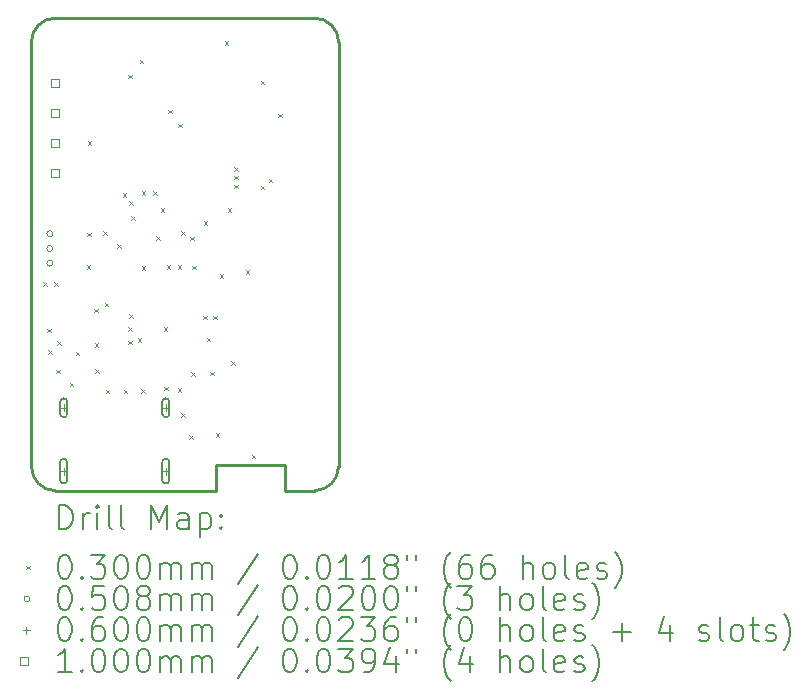
<source format=gbr>
%TF.GenerationSoftware,KiCad,Pcbnew,7.0.1*%
%TF.CreationDate,2024-08-21T14:43:36+02:00*%
%TF.ProjectId,renforce-ecg,72656e66-6f72-4636-952d-6563672e6b69,1*%
%TF.SameCoordinates,Original*%
%TF.FileFunction,Drillmap*%
%TF.FilePolarity,Positive*%
%FSLAX45Y45*%
G04 Gerber Fmt 4.5, Leading zero omitted, Abs format (unit mm)*
G04 Created by KiCad (PCBNEW 7.0.1) date 2024-08-21 14:43:36*
%MOMM*%
%LPD*%
G01*
G04 APERTURE LIST*
%ADD10C,0.254000*%
%ADD11C,0.200000*%
%ADD12C,0.030000*%
%ADD13C,0.050800*%
%ADD14C,0.060000*%
%ADD15C,0.100000*%
G04 APERTURE END LIST*
D10*
X5599997Y-2600198D02*
X5600000Y-6200000D01*
X5144400Y-6182950D02*
X4560000Y-6182950D01*
X5144400Y-6182950D02*
X5144400Y-6400000D01*
X3000304Y-6199700D02*
G75*
G03*
X3200000Y-6400000I201866J1560D01*
G01*
X5399700Y-6399700D02*
X5144400Y-6400000D01*
X5399700Y-6399696D02*
G75*
G03*
X5600000Y-6200000I-1560J201866D01*
G01*
X5400297Y-2399898D02*
X3791300Y-2399900D01*
X4560000Y-6400000D02*
X3200000Y-6400000D01*
X3000300Y-2600200D02*
X3000300Y-6199700D01*
X3200000Y-2400003D02*
G75*
G03*
X3000300Y-2600200I1560J-201257D01*
G01*
X3791300Y-2399900D02*
X3352900Y-2399900D01*
X3352900Y-2399900D02*
X3200000Y-2400000D01*
X4560000Y-6182950D02*
X4560000Y-6400000D01*
X5599988Y-2600198D02*
G75*
G03*
X5400297Y-2399898I-201868J-1562D01*
G01*
D11*
D12*
X3100000Y-4635000D02*
X3130000Y-4665000D01*
X3130000Y-4635000D02*
X3100000Y-4665000D01*
X3135000Y-5030000D02*
X3165000Y-5060000D01*
X3165000Y-5030000D02*
X3135000Y-5060000D01*
X3140534Y-5210992D02*
X3170534Y-5240992D01*
X3170534Y-5210992D02*
X3140534Y-5240992D01*
X3193000Y-4638000D02*
X3223000Y-4668000D01*
X3223000Y-4638000D02*
X3193000Y-4668000D01*
X3208000Y-5375000D02*
X3238000Y-5405000D01*
X3238000Y-5375000D02*
X3208000Y-5405000D01*
X3216108Y-5135000D02*
X3246108Y-5165000D01*
X3246108Y-5135000D02*
X3216108Y-5165000D01*
X3325000Y-5487300D02*
X3355000Y-5517300D01*
X3355000Y-5487300D02*
X3325000Y-5517300D01*
X3375000Y-5225000D02*
X3405000Y-5255000D01*
X3405000Y-5225000D02*
X3375000Y-5255000D01*
X3468608Y-4492202D02*
X3498608Y-4522202D01*
X3498608Y-4492202D02*
X3468608Y-4522202D01*
X3470000Y-4215000D02*
X3500000Y-4245000D01*
X3500000Y-4215000D02*
X3470000Y-4245000D01*
X3475000Y-3440000D02*
X3505000Y-3470000D01*
X3505000Y-3440000D02*
X3475000Y-3470000D01*
X3530000Y-4860000D02*
X3560000Y-4890000D01*
X3560000Y-4860000D02*
X3530000Y-4890000D01*
X3536108Y-5152202D02*
X3566108Y-5182202D01*
X3566108Y-5152202D02*
X3536108Y-5182202D01*
X3540000Y-5372000D02*
X3570000Y-5402000D01*
X3570000Y-5372000D02*
X3540000Y-5402000D01*
X3607650Y-4205000D02*
X3637650Y-4235000D01*
X3637650Y-4205000D02*
X3607650Y-4235000D01*
X3620000Y-4810000D02*
X3650000Y-4840000D01*
X3650000Y-4810000D02*
X3620000Y-4840000D01*
X3630000Y-5545000D02*
X3660000Y-5575000D01*
X3660000Y-5545000D02*
X3630000Y-5575000D01*
X3726953Y-4315000D02*
X3756953Y-4345000D01*
X3756953Y-4315000D02*
X3726953Y-4345000D01*
X3770958Y-3880000D02*
X3800958Y-3910000D01*
X3800958Y-3880000D02*
X3770958Y-3910000D01*
X3780000Y-5545000D02*
X3810000Y-5575000D01*
X3810000Y-5545000D02*
X3780000Y-5575000D01*
X3820000Y-2880000D02*
X3850000Y-2910000D01*
X3850000Y-2880000D02*
X3820000Y-2910000D01*
X3820000Y-5129950D02*
X3850000Y-5159950D01*
X3850000Y-5129950D02*
X3820000Y-5159950D01*
X3820050Y-5015000D02*
X3850050Y-5045000D01*
X3850050Y-5015000D02*
X3820050Y-5045000D01*
X3828402Y-4905877D02*
X3858402Y-4935877D01*
X3858402Y-4905877D02*
X3828402Y-4935877D01*
X3828608Y-3952202D02*
X3858608Y-3982202D01*
X3858608Y-3952202D02*
X3828608Y-3982202D01*
X3845000Y-4075000D02*
X3875000Y-4105000D01*
X3875000Y-4075000D02*
X3845000Y-4105000D01*
X3900000Y-5110000D02*
X3930000Y-5140000D01*
X3930000Y-5110000D02*
X3900000Y-5140000D01*
X3915000Y-2750000D02*
X3945000Y-2780000D01*
X3945000Y-2750000D02*
X3915000Y-2780000D01*
X3930000Y-5540000D02*
X3960000Y-5570000D01*
X3960000Y-5540000D02*
X3930000Y-5570000D01*
X3935000Y-3865000D02*
X3965000Y-3895000D01*
X3965000Y-3865000D02*
X3935000Y-3895000D01*
X3935000Y-4500000D02*
X3965000Y-4530000D01*
X3965000Y-4500000D02*
X3935000Y-4530000D01*
X4033000Y-3865000D02*
X4063000Y-3895000D01*
X4063000Y-3865000D02*
X4033000Y-3895000D01*
X4055000Y-4248050D02*
X4085000Y-4278050D01*
X4085000Y-4248050D02*
X4055000Y-4278050D01*
X4094907Y-4007650D02*
X4124907Y-4037650D01*
X4124907Y-4007650D02*
X4094907Y-4037650D01*
X4120000Y-5015000D02*
X4150000Y-5045000D01*
X4150000Y-5015000D02*
X4120000Y-5045000D01*
X4125000Y-5520000D02*
X4155000Y-5550000D01*
X4155000Y-5520000D02*
X4125000Y-5550000D01*
X4146918Y-4490000D02*
X4176918Y-4520000D01*
X4176918Y-4490000D02*
X4146918Y-4520000D01*
X4160000Y-3175000D02*
X4190000Y-3205000D01*
X4190000Y-3175000D02*
X4160000Y-3205000D01*
X4240000Y-4490000D02*
X4270000Y-4520000D01*
X4270000Y-4490000D02*
X4240000Y-4520000D01*
X4240000Y-5535000D02*
X4270000Y-5565000D01*
X4270000Y-5535000D02*
X4240000Y-5565000D01*
X4241108Y-3292202D02*
X4271108Y-3322202D01*
X4271108Y-3292202D02*
X4241108Y-3322202D01*
X4267650Y-5745000D02*
X4297650Y-5775000D01*
X4297650Y-5745000D02*
X4267650Y-5775000D01*
X4270000Y-4205000D02*
X4300000Y-4235000D01*
X4300000Y-4205000D02*
X4270000Y-4235000D01*
X4335000Y-5930000D02*
X4365000Y-5960000D01*
X4365000Y-5930000D02*
X4335000Y-5960000D01*
X4345000Y-4251929D02*
X4375000Y-4281929D01*
X4375000Y-4251929D02*
X4345000Y-4281929D01*
X4355000Y-5400000D02*
X4385000Y-5430000D01*
X4385000Y-5400000D02*
X4355000Y-5430000D01*
X4359650Y-4495000D02*
X4389650Y-4525000D01*
X4389650Y-4495000D02*
X4359650Y-4525000D01*
X4455000Y-4920000D02*
X4485000Y-4950000D01*
X4485000Y-4920000D02*
X4455000Y-4950000D01*
X4460300Y-4120000D02*
X4490300Y-4150000D01*
X4490300Y-4120000D02*
X4460300Y-4150000D01*
X4482350Y-5105000D02*
X4512350Y-5135000D01*
X4512350Y-5105000D02*
X4482350Y-5135000D01*
X4515000Y-5395000D02*
X4545000Y-5425000D01*
X4545000Y-5395000D02*
X4515000Y-5425000D01*
X4540000Y-4920000D02*
X4570000Y-4950000D01*
X4570000Y-4920000D02*
X4540000Y-4950000D01*
X4560000Y-5915000D02*
X4590000Y-5945000D01*
X4590000Y-5915000D02*
X4560000Y-5945000D01*
X4595000Y-4570000D02*
X4625000Y-4600000D01*
X4625000Y-4570000D02*
X4595000Y-4600000D01*
X4635000Y-2595000D02*
X4665000Y-2625000D01*
X4665000Y-2595000D02*
X4635000Y-2625000D01*
X4660000Y-4010000D02*
X4690000Y-4040000D01*
X4690000Y-4010000D02*
X4660000Y-4040000D01*
X4690000Y-5305000D02*
X4720000Y-5335000D01*
X4720000Y-5305000D02*
X4690000Y-5335000D01*
X4715000Y-3660000D02*
X4745000Y-3690000D01*
X4745000Y-3660000D02*
X4715000Y-3690000D01*
X4715000Y-3734950D02*
X4745000Y-3764950D01*
X4745000Y-3734950D02*
X4715000Y-3764950D01*
X4715000Y-3809901D02*
X4745000Y-3839901D01*
X4745000Y-3809901D02*
X4715000Y-3839901D01*
X4816108Y-4534702D02*
X4846108Y-4564702D01*
X4846108Y-4534702D02*
X4816108Y-4564702D01*
X4865000Y-6095000D02*
X4895000Y-6125000D01*
X4895000Y-6095000D02*
X4865000Y-6125000D01*
X4940000Y-2930000D02*
X4970000Y-2960000D01*
X4970000Y-2930000D02*
X4940000Y-2960000D01*
X4940000Y-3820000D02*
X4970000Y-3850000D01*
X4970000Y-3820000D02*
X4940000Y-3850000D01*
X5007500Y-3757500D02*
X5037500Y-3787500D01*
X5037500Y-3757500D02*
X5007500Y-3787500D01*
X5090000Y-3207500D02*
X5120000Y-3237500D01*
X5120000Y-3207500D02*
X5090000Y-3237500D01*
D13*
X3180400Y-4225000D02*
G75*
G03*
X3180400Y-4225000I-25400J0D01*
G01*
X3180400Y-4350000D02*
G75*
G03*
X3180400Y-4350000I-25400J0D01*
G01*
X3180400Y-4475000D02*
G75*
G03*
X3180400Y-4475000I-25400J0D01*
G01*
D14*
X3273000Y-5669000D02*
X3273000Y-5729000D01*
X3243000Y-5699000D02*
X3303000Y-5699000D01*
D11*
X3243000Y-5649000D02*
X3243000Y-5749000D01*
X3243000Y-5749000D02*
G75*
G03*
X3303000Y-5749000I30000J0D01*
G01*
X3303000Y-5749000D02*
X3303000Y-5649000D01*
X3303000Y-5649000D02*
G75*
G03*
X3243000Y-5649000I-30000J0D01*
G01*
D14*
X3273000Y-6205000D02*
X3273000Y-6265000D01*
X3243000Y-6235000D02*
X3303000Y-6235000D01*
D11*
X3243000Y-6160000D02*
X3243000Y-6310000D01*
X3243000Y-6310000D02*
G75*
G03*
X3303000Y-6310000I30000J0D01*
G01*
X3303000Y-6310000D02*
X3303000Y-6160000D01*
X3303000Y-6160000D02*
G75*
G03*
X3243000Y-6160000I-30000J0D01*
G01*
D14*
X4137000Y-5669000D02*
X4137000Y-5729000D01*
X4107000Y-5699000D02*
X4167000Y-5699000D01*
D11*
X4107000Y-5649000D02*
X4107000Y-5749000D01*
X4107000Y-5749000D02*
G75*
G03*
X4167000Y-5749000I30000J0D01*
G01*
X4167000Y-5749000D02*
X4167000Y-5649000D01*
X4167000Y-5649000D02*
G75*
G03*
X4107000Y-5649000I-30000J0D01*
G01*
D14*
X4137000Y-6205000D02*
X4137000Y-6265000D01*
X4107000Y-6235000D02*
X4167000Y-6235000D01*
D11*
X4107000Y-6160000D02*
X4107000Y-6310000D01*
X4107000Y-6310000D02*
G75*
G03*
X4167000Y-6310000I30000J0D01*
G01*
X4167000Y-6310000D02*
X4167000Y-6160000D01*
X4167000Y-6160000D02*
G75*
G03*
X4107000Y-6160000I-30000J0D01*
G01*
D15*
X3235356Y-2985356D02*
X3235356Y-2914644D01*
X3164644Y-2914644D01*
X3164644Y-2985356D01*
X3235356Y-2985356D01*
X3235356Y-3239356D02*
X3235356Y-3168644D01*
X3164644Y-3168644D01*
X3164644Y-3239356D01*
X3235356Y-3239356D01*
X3235356Y-3493356D02*
X3235356Y-3422644D01*
X3164644Y-3422644D01*
X3164644Y-3493356D01*
X3235356Y-3493356D01*
X3235356Y-3747356D02*
X3235356Y-3676644D01*
X3164644Y-3676644D01*
X3164644Y-3747356D01*
X3235356Y-3747356D01*
D11*
X3235219Y-6725224D02*
X3235219Y-6525224D01*
X3235219Y-6525224D02*
X3282838Y-6525224D01*
X3282838Y-6525224D02*
X3311409Y-6534748D01*
X3311409Y-6534748D02*
X3330457Y-6553795D01*
X3330457Y-6553795D02*
X3339981Y-6572843D01*
X3339981Y-6572843D02*
X3349505Y-6610938D01*
X3349505Y-6610938D02*
X3349505Y-6639509D01*
X3349505Y-6639509D02*
X3339981Y-6677605D01*
X3339981Y-6677605D02*
X3330457Y-6696652D01*
X3330457Y-6696652D02*
X3311409Y-6715700D01*
X3311409Y-6715700D02*
X3282838Y-6725224D01*
X3282838Y-6725224D02*
X3235219Y-6725224D01*
X3435219Y-6725224D02*
X3435219Y-6591890D01*
X3435219Y-6629986D02*
X3444743Y-6610938D01*
X3444743Y-6610938D02*
X3454267Y-6601414D01*
X3454267Y-6601414D02*
X3473314Y-6591890D01*
X3473314Y-6591890D02*
X3492362Y-6591890D01*
X3559028Y-6725224D02*
X3559028Y-6591890D01*
X3559028Y-6525224D02*
X3549505Y-6534748D01*
X3549505Y-6534748D02*
X3559028Y-6544271D01*
X3559028Y-6544271D02*
X3568552Y-6534748D01*
X3568552Y-6534748D02*
X3559028Y-6525224D01*
X3559028Y-6525224D02*
X3559028Y-6544271D01*
X3682838Y-6725224D02*
X3663790Y-6715700D01*
X3663790Y-6715700D02*
X3654267Y-6696652D01*
X3654267Y-6696652D02*
X3654267Y-6525224D01*
X3787600Y-6725224D02*
X3768552Y-6715700D01*
X3768552Y-6715700D02*
X3759028Y-6696652D01*
X3759028Y-6696652D02*
X3759028Y-6525224D01*
X4016171Y-6725224D02*
X4016171Y-6525224D01*
X4016171Y-6525224D02*
X4082838Y-6668081D01*
X4082838Y-6668081D02*
X4149505Y-6525224D01*
X4149505Y-6525224D02*
X4149505Y-6725224D01*
X4330457Y-6725224D02*
X4330457Y-6620462D01*
X4330457Y-6620462D02*
X4320933Y-6601414D01*
X4320933Y-6601414D02*
X4301886Y-6591890D01*
X4301886Y-6591890D02*
X4263790Y-6591890D01*
X4263790Y-6591890D02*
X4244743Y-6601414D01*
X4330457Y-6715700D02*
X4311410Y-6725224D01*
X4311410Y-6725224D02*
X4263790Y-6725224D01*
X4263790Y-6725224D02*
X4244743Y-6715700D01*
X4244743Y-6715700D02*
X4235219Y-6696652D01*
X4235219Y-6696652D02*
X4235219Y-6677605D01*
X4235219Y-6677605D02*
X4244743Y-6658557D01*
X4244743Y-6658557D02*
X4263790Y-6649033D01*
X4263790Y-6649033D02*
X4311410Y-6649033D01*
X4311410Y-6649033D02*
X4330457Y-6639509D01*
X4425695Y-6591890D02*
X4425695Y-6791890D01*
X4425695Y-6601414D02*
X4444743Y-6591890D01*
X4444743Y-6591890D02*
X4482838Y-6591890D01*
X4482838Y-6591890D02*
X4501886Y-6601414D01*
X4501886Y-6601414D02*
X4511410Y-6610938D01*
X4511410Y-6610938D02*
X4520933Y-6629986D01*
X4520933Y-6629986D02*
X4520933Y-6687128D01*
X4520933Y-6687128D02*
X4511410Y-6706176D01*
X4511410Y-6706176D02*
X4501886Y-6715700D01*
X4501886Y-6715700D02*
X4482838Y-6725224D01*
X4482838Y-6725224D02*
X4444743Y-6725224D01*
X4444743Y-6725224D02*
X4425695Y-6715700D01*
X4606648Y-6706176D02*
X4616171Y-6715700D01*
X4616171Y-6715700D02*
X4606648Y-6725224D01*
X4606648Y-6725224D02*
X4597124Y-6715700D01*
X4597124Y-6715700D02*
X4606648Y-6706176D01*
X4606648Y-6706176D02*
X4606648Y-6725224D01*
X4606648Y-6601414D02*
X4616171Y-6610938D01*
X4616171Y-6610938D02*
X4606648Y-6620462D01*
X4606648Y-6620462D02*
X4597124Y-6610938D01*
X4597124Y-6610938D02*
X4606648Y-6601414D01*
X4606648Y-6601414D02*
X4606648Y-6620462D01*
D12*
X2957600Y-7037700D02*
X2987600Y-7067700D01*
X2987600Y-7037700D02*
X2957600Y-7067700D01*
D11*
X3273314Y-6945224D02*
X3292362Y-6945224D01*
X3292362Y-6945224D02*
X3311409Y-6954748D01*
X3311409Y-6954748D02*
X3320933Y-6964271D01*
X3320933Y-6964271D02*
X3330457Y-6983319D01*
X3330457Y-6983319D02*
X3339981Y-7021414D01*
X3339981Y-7021414D02*
X3339981Y-7069033D01*
X3339981Y-7069033D02*
X3330457Y-7107128D01*
X3330457Y-7107128D02*
X3320933Y-7126176D01*
X3320933Y-7126176D02*
X3311409Y-7135700D01*
X3311409Y-7135700D02*
X3292362Y-7145224D01*
X3292362Y-7145224D02*
X3273314Y-7145224D01*
X3273314Y-7145224D02*
X3254267Y-7135700D01*
X3254267Y-7135700D02*
X3244743Y-7126176D01*
X3244743Y-7126176D02*
X3235219Y-7107128D01*
X3235219Y-7107128D02*
X3225695Y-7069033D01*
X3225695Y-7069033D02*
X3225695Y-7021414D01*
X3225695Y-7021414D02*
X3235219Y-6983319D01*
X3235219Y-6983319D02*
X3244743Y-6964271D01*
X3244743Y-6964271D02*
X3254267Y-6954748D01*
X3254267Y-6954748D02*
X3273314Y-6945224D01*
X3425695Y-7126176D02*
X3435219Y-7135700D01*
X3435219Y-7135700D02*
X3425695Y-7145224D01*
X3425695Y-7145224D02*
X3416171Y-7135700D01*
X3416171Y-7135700D02*
X3425695Y-7126176D01*
X3425695Y-7126176D02*
X3425695Y-7145224D01*
X3501886Y-6945224D02*
X3625695Y-6945224D01*
X3625695Y-6945224D02*
X3559028Y-7021414D01*
X3559028Y-7021414D02*
X3587600Y-7021414D01*
X3587600Y-7021414D02*
X3606648Y-7030938D01*
X3606648Y-7030938D02*
X3616171Y-7040462D01*
X3616171Y-7040462D02*
X3625695Y-7059509D01*
X3625695Y-7059509D02*
X3625695Y-7107128D01*
X3625695Y-7107128D02*
X3616171Y-7126176D01*
X3616171Y-7126176D02*
X3606648Y-7135700D01*
X3606648Y-7135700D02*
X3587600Y-7145224D01*
X3587600Y-7145224D02*
X3530457Y-7145224D01*
X3530457Y-7145224D02*
X3511409Y-7135700D01*
X3511409Y-7135700D02*
X3501886Y-7126176D01*
X3749505Y-6945224D02*
X3768552Y-6945224D01*
X3768552Y-6945224D02*
X3787600Y-6954748D01*
X3787600Y-6954748D02*
X3797124Y-6964271D01*
X3797124Y-6964271D02*
X3806648Y-6983319D01*
X3806648Y-6983319D02*
X3816171Y-7021414D01*
X3816171Y-7021414D02*
X3816171Y-7069033D01*
X3816171Y-7069033D02*
X3806648Y-7107128D01*
X3806648Y-7107128D02*
X3797124Y-7126176D01*
X3797124Y-7126176D02*
X3787600Y-7135700D01*
X3787600Y-7135700D02*
X3768552Y-7145224D01*
X3768552Y-7145224D02*
X3749505Y-7145224D01*
X3749505Y-7145224D02*
X3730457Y-7135700D01*
X3730457Y-7135700D02*
X3720933Y-7126176D01*
X3720933Y-7126176D02*
X3711409Y-7107128D01*
X3711409Y-7107128D02*
X3701886Y-7069033D01*
X3701886Y-7069033D02*
X3701886Y-7021414D01*
X3701886Y-7021414D02*
X3711409Y-6983319D01*
X3711409Y-6983319D02*
X3720933Y-6964271D01*
X3720933Y-6964271D02*
X3730457Y-6954748D01*
X3730457Y-6954748D02*
X3749505Y-6945224D01*
X3939981Y-6945224D02*
X3959029Y-6945224D01*
X3959029Y-6945224D02*
X3978076Y-6954748D01*
X3978076Y-6954748D02*
X3987600Y-6964271D01*
X3987600Y-6964271D02*
X3997124Y-6983319D01*
X3997124Y-6983319D02*
X4006648Y-7021414D01*
X4006648Y-7021414D02*
X4006648Y-7069033D01*
X4006648Y-7069033D02*
X3997124Y-7107128D01*
X3997124Y-7107128D02*
X3987600Y-7126176D01*
X3987600Y-7126176D02*
X3978076Y-7135700D01*
X3978076Y-7135700D02*
X3959029Y-7145224D01*
X3959029Y-7145224D02*
X3939981Y-7145224D01*
X3939981Y-7145224D02*
X3920933Y-7135700D01*
X3920933Y-7135700D02*
X3911409Y-7126176D01*
X3911409Y-7126176D02*
X3901886Y-7107128D01*
X3901886Y-7107128D02*
X3892362Y-7069033D01*
X3892362Y-7069033D02*
X3892362Y-7021414D01*
X3892362Y-7021414D02*
X3901886Y-6983319D01*
X3901886Y-6983319D02*
X3911409Y-6964271D01*
X3911409Y-6964271D02*
X3920933Y-6954748D01*
X3920933Y-6954748D02*
X3939981Y-6945224D01*
X4092362Y-7145224D02*
X4092362Y-7011890D01*
X4092362Y-7030938D02*
X4101886Y-7021414D01*
X4101886Y-7021414D02*
X4120933Y-7011890D01*
X4120933Y-7011890D02*
X4149505Y-7011890D01*
X4149505Y-7011890D02*
X4168552Y-7021414D01*
X4168552Y-7021414D02*
X4178076Y-7040462D01*
X4178076Y-7040462D02*
X4178076Y-7145224D01*
X4178076Y-7040462D02*
X4187600Y-7021414D01*
X4187600Y-7021414D02*
X4206648Y-7011890D01*
X4206648Y-7011890D02*
X4235219Y-7011890D01*
X4235219Y-7011890D02*
X4254267Y-7021414D01*
X4254267Y-7021414D02*
X4263791Y-7040462D01*
X4263791Y-7040462D02*
X4263791Y-7145224D01*
X4359029Y-7145224D02*
X4359029Y-7011890D01*
X4359029Y-7030938D02*
X4368552Y-7021414D01*
X4368552Y-7021414D02*
X4387600Y-7011890D01*
X4387600Y-7011890D02*
X4416172Y-7011890D01*
X4416172Y-7011890D02*
X4435219Y-7021414D01*
X4435219Y-7021414D02*
X4444743Y-7040462D01*
X4444743Y-7040462D02*
X4444743Y-7145224D01*
X4444743Y-7040462D02*
X4454267Y-7021414D01*
X4454267Y-7021414D02*
X4473314Y-7011890D01*
X4473314Y-7011890D02*
X4501886Y-7011890D01*
X4501886Y-7011890D02*
X4520933Y-7021414D01*
X4520933Y-7021414D02*
X4530457Y-7040462D01*
X4530457Y-7040462D02*
X4530457Y-7145224D01*
X4920933Y-6935700D02*
X4749505Y-7192843D01*
X5178076Y-6945224D02*
X5197124Y-6945224D01*
X5197124Y-6945224D02*
X5216172Y-6954748D01*
X5216172Y-6954748D02*
X5225695Y-6964271D01*
X5225695Y-6964271D02*
X5235219Y-6983319D01*
X5235219Y-6983319D02*
X5244743Y-7021414D01*
X5244743Y-7021414D02*
X5244743Y-7069033D01*
X5244743Y-7069033D02*
X5235219Y-7107128D01*
X5235219Y-7107128D02*
X5225695Y-7126176D01*
X5225695Y-7126176D02*
X5216172Y-7135700D01*
X5216172Y-7135700D02*
X5197124Y-7145224D01*
X5197124Y-7145224D02*
X5178076Y-7145224D01*
X5178076Y-7145224D02*
X5159029Y-7135700D01*
X5159029Y-7135700D02*
X5149505Y-7126176D01*
X5149505Y-7126176D02*
X5139981Y-7107128D01*
X5139981Y-7107128D02*
X5130457Y-7069033D01*
X5130457Y-7069033D02*
X5130457Y-7021414D01*
X5130457Y-7021414D02*
X5139981Y-6983319D01*
X5139981Y-6983319D02*
X5149505Y-6964271D01*
X5149505Y-6964271D02*
X5159029Y-6954748D01*
X5159029Y-6954748D02*
X5178076Y-6945224D01*
X5330457Y-7126176D02*
X5339981Y-7135700D01*
X5339981Y-7135700D02*
X5330457Y-7145224D01*
X5330457Y-7145224D02*
X5320934Y-7135700D01*
X5320934Y-7135700D02*
X5330457Y-7126176D01*
X5330457Y-7126176D02*
X5330457Y-7145224D01*
X5463791Y-6945224D02*
X5482838Y-6945224D01*
X5482838Y-6945224D02*
X5501886Y-6954748D01*
X5501886Y-6954748D02*
X5511410Y-6964271D01*
X5511410Y-6964271D02*
X5520934Y-6983319D01*
X5520934Y-6983319D02*
X5530457Y-7021414D01*
X5530457Y-7021414D02*
X5530457Y-7069033D01*
X5530457Y-7069033D02*
X5520934Y-7107128D01*
X5520934Y-7107128D02*
X5511410Y-7126176D01*
X5511410Y-7126176D02*
X5501886Y-7135700D01*
X5501886Y-7135700D02*
X5482838Y-7145224D01*
X5482838Y-7145224D02*
X5463791Y-7145224D01*
X5463791Y-7145224D02*
X5444743Y-7135700D01*
X5444743Y-7135700D02*
X5435219Y-7126176D01*
X5435219Y-7126176D02*
X5425695Y-7107128D01*
X5425695Y-7107128D02*
X5416172Y-7069033D01*
X5416172Y-7069033D02*
X5416172Y-7021414D01*
X5416172Y-7021414D02*
X5425695Y-6983319D01*
X5425695Y-6983319D02*
X5435219Y-6964271D01*
X5435219Y-6964271D02*
X5444743Y-6954748D01*
X5444743Y-6954748D02*
X5463791Y-6945224D01*
X5720933Y-7145224D02*
X5606648Y-7145224D01*
X5663791Y-7145224D02*
X5663791Y-6945224D01*
X5663791Y-6945224D02*
X5644743Y-6973795D01*
X5644743Y-6973795D02*
X5625695Y-6992843D01*
X5625695Y-6992843D02*
X5606648Y-7002367D01*
X5911410Y-7145224D02*
X5797124Y-7145224D01*
X5854267Y-7145224D02*
X5854267Y-6945224D01*
X5854267Y-6945224D02*
X5835219Y-6973795D01*
X5835219Y-6973795D02*
X5816172Y-6992843D01*
X5816172Y-6992843D02*
X5797124Y-7002367D01*
X6025695Y-7030938D02*
X6006648Y-7021414D01*
X6006648Y-7021414D02*
X5997124Y-7011890D01*
X5997124Y-7011890D02*
X5987600Y-6992843D01*
X5987600Y-6992843D02*
X5987600Y-6983319D01*
X5987600Y-6983319D02*
X5997124Y-6964271D01*
X5997124Y-6964271D02*
X6006648Y-6954748D01*
X6006648Y-6954748D02*
X6025695Y-6945224D01*
X6025695Y-6945224D02*
X6063791Y-6945224D01*
X6063791Y-6945224D02*
X6082838Y-6954748D01*
X6082838Y-6954748D02*
X6092362Y-6964271D01*
X6092362Y-6964271D02*
X6101886Y-6983319D01*
X6101886Y-6983319D02*
X6101886Y-6992843D01*
X6101886Y-6992843D02*
X6092362Y-7011890D01*
X6092362Y-7011890D02*
X6082838Y-7021414D01*
X6082838Y-7021414D02*
X6063791Y-7030938D01*
X6063791Y-7030938D02*
X6025695Y-7030938D01*
X6025695Y-7030938D02*
X6006648Y-7040462D01*
X6006648Y-7040462D02*
X5997124Y-7049986D01*
X5997124Y-7049986D02*
X5987600Y-7069033D01*
X5987600Y-7069033D02*
X5987600Y-7107128D01*
X5987600Y-7107128D02*
X5997124Y-7126176D01*
X5997124Y-7126176D02*
X6006648Y-7135700D01*
X6006648Y-7135700D02*
X6025695Y-7145224D01*
X6025695Y-7145224D02*
X6063791Y-7145224D01*
X6063791Y-7145224D02*
X6082838Y-7135700D01*
X6082838Y-7135700D02*
X6092362Y-7126176D01*
X6092362Y-7126176D02*
X6101886Y-7107128D01*
X6101886Y-7107128D02*
X6101886Y-7069033D01*
X6101886Y-7069033D02*
X6092362Y-7049986D01*
X6092362Y-7049986D02*
X6082838Y-7040462D01*
X6082838Y-7040462D02*
X6063791Y-7030938D01*
X6178076Y-6945224D02*
X6178076Y-6983319D01*
X6254267Y-6945224D02*
X6254267Y-6983319D01*
X6549505Y-7221414D02*
X6539981Y-7211890D01*
X6539981Y-7211890D02*
X6520934Y-7183319D01*
X6520934Y-7183319D02*
X6511410Y-7164271D01*
X6511410Y-7164271D02*
X6501886Y-7135700D01*
X6501886Y-7135700D02*
X6492362Y-7088081D01*
X6492362Y-7088081D02*
X6492362Y-7049986D01*
X6492362Y-7049986D02*
X6501886Y-7002367D01*
X6501886Y-7002367D02*
X6511410Y-6973795D01*
X6511410Y-6973795D02*
X6520934Y-6954748D01*
X6520934Y-6954748D02*
X6539981Y-6926176D01*
X6539981Y-6926176D02*
X6549505Y-6916652D01*
X6711410Y-6945224D02*
X6673314Y-6945224D01*
X6673314Y-6945224D02*
X6654267Y-6954748D01*
X6654267Y-6954748D02*
X6644743Y-6964271D01*
X6644743Y-6964271D02*
X6625695Y-6992843D01*
X6625695Y-6992843D02*
X6616172Y-7030938D01*
X6616172Y-7030938D02*
X6616172Y-7107128D01*
X6616172Y-7107128D02*
X6625695Y-7126176D01*
X6625695Y-7126176D02*
X6635219Y-7135700D01*
X6635219Y-7135700D02*
X6654267Y-7145224D01*
X6654267Y-7145224D02*
X6692362Y-7145224D01*
X6692362Y-7145224D02*
X6711410Y-7135700D01*
X6711410Y-7135700D02*
X6720934Y-7126176D01*
X6720934Y-7126176D02*
X6730457Y-7107128D01*
X6730457Y-7107128D02*
X6730457Y-7059509D01*
X6730457Y-7059509D02*
X6720934Y-7040462D01*
X6720934Y-7040462D02*
X6711410Y-7030938D01*
X6711410Y-7030938D02*
X6692362Y-7021414D01*
X6692362Y-7021414D02*
X6654267Y-7021414D01*
X6654267Y-7021414D02*
X6635219Y-7030938D01*
X6635219Y-7030938D02*
X6625695Y-7040462D01*
X6625695Y-7040462D02*
X6616172Y-7059509D01*
X6901886Y-6945224D02*
X6863791Y-6945224D01*
X6863791Y-6945224D02*
X6844743Y-6954748D01*
X6844743Y-6954748D02*
X6835219Y-6964271D01*
X6835219Y-6964271D02*
X6816172Y-6992843D01*
X6816172Y-6992843D02*
X6806648Y-7030938D01*
X6806648Y-7030938D02*
X6806648Y-7107128D01*
X6806648Y-7107128D02*
X6816172Y-7126176D01*
X6816172Y-7126176D02*
X6825695Y-7135700D01*
X6825695Y-7135700D02*
X6844743Y-7145224D01*
X6844743Y-7145224D02*
X6882838Y-7145224D01*
X6882838Y-7145224D02*
X6901886Y-7135700D01*
X6901886Y-7135700D02*
X6911410Y-7126176D01*
X6911410Y-7126176D02*
X6920934Y-7107128D01*
X6920934Y-7107128D02*
X6920934Y-7059509D01*
X6920934Y-7059509D02*
X6911410Y-7040462D01*
X6911410Y-7040462D02*
X6901886Y-7030938D01*
X6901886Y-7030938D02*
X6882838Y-7021414D01*
X6882838Y-7021414D02*
X6844743Y-7021414D01*
X6844743Y-7021414D02*
X6825695Y-7030938D01*
X6825695Y-7030938D02*
X6816172Y-7040462D01*
X6816172Y-7040462D02*
X6806648Y-7059509D01*
X7159029Y-7145224D02*
X7159029Y-6945224D01*
X7244743Y-7145224D02*
X7244743Y-7040462D01*
X7244743Y-7040462D02*
X7235219Y-7021414D01*
X7235219Y-7021414D02*
X7216172Y-7011890D01*
X7216172Y-7011890D02*
X7187600Y-7011890D01*
X7187600Y-7011890D02*
X7168553Y-7021414D01*
X7168553Y-7021414D02*
X7159029Y-7030938D01*
X7368553Y-7145224D02*
X7349505Y-7135700D01*
X7349505Y-7135700D02*
X7339981Y-7126176D01*
X7339981Y-7126176D02*
X7330457Y-7107128D01*
X7330457Y-7107128D02*
X7330457Y-7049986D01*
X7330457Y-7049986D02*
X7339981Y-7030938D01*
X7339981Y-7030938D02*
X7349505Y-7021414D01*
X7349505Y-7021414D02*
X7368553Y-7011890D01*
X7368553Y-7011890D02*
X7397124Y-7011890D01*
X7397124Y-7011890D02*
X7416172Y-7021414D01*
X7416172Y-7021414D02*
X7425696Y-7030938D01*
X7425696Y-7030938D02*
X7435219Y-7049986D01*
X7435219Y-7049986D02*
X7435219Y-7107128D01*
X7435219Y-7107128D02*
X7425696Y-7126176D01*
X7425696Y-7126176D02*
X7416172Y-7135700D01*
X7416172Y-7135700D02*
X7397124Y-7145224D01*
X7397124Y-7145224D02*
X7368553Y-7145224D01*
X7549505Y-7145224D02*
X7530457Y-7135700D01*
X7530457Y-7135700D02*
X7520934Y-7116652D01*
X7520934Y-7116652D02*
X7520934Y-6945224D01*
X7701886Y-7135700D02*
X7682838Y-7145224D01*
X7682838Y-7145224D02*
X7644743Y-7145224D01*
X7644743Y-7145224D02*
X7625696Y-7135700D01*
X7625696Y-7135700D02*
X7616172Y-7116652D01*
X7616172Y-7116652D02*
X7616172Y-7040462D01*
X7616172Y-7040462D02*
X7625696Y-7021414D01*
X7625696Y-7021414D02*
X7644743Y-7011890D01*
X7644743Y-7011890D02*
X7682838Y-7011890D01*
X7682838Y-7011890D02*
X7701886Y-7021414D01*
X7701886Y-7021414D02*
X7711410Y-7040462D01*
X7711410Y-7040462D02*
X7711410Y-7059509D01*
X7711410Y-7059509D02*
X7616172Y-7078557D01*
X7787600Y-7135700D02*
X7806648Y-7145224D01*
X7806648Y-7145224D02*
X7844743Y-7145224D01*
X7844743Y-7145224D02*
X7863791Y-7135700D01*
X7863791Y-7135700D02*
X7873315Y-7116652D01*
X7873315Y-7116652D02*
X7873315Y-7107128D01*
X7873315Y-7107128D02*
X7863791Y-7088081D01*
X7863791Y-7088081D02*
X7844743Y-7078557D01*
X7844743Y-7078557D02*
X7816172Y-7078557D01*
X7816172Y-7078557D02*
X7797124Y-7069033D01*
X7797124Y-7069033D02*
X7787600Y-7049986D01*
X7787600Y-7049986D02*
X7787600Y-7040462D01*
X7787600Y-7040462D02*
X7797124Y-7021414D01*
X7797124Y-7021414D02*
X7816172Y-7011890D01*
X7816172Y-7011890D02*
X7844743Y-7011890D01*
X7844743Y-7011890D02*
X7863791Y-7021414D01*
X7939981Y-7221414D02*
X7949505Y-7211890D01*
X7949505Y-7211890D02*
X7968553Y-7183319D01*
X7968553Y-7183319D02*
X7978077Y-7164271D01*
X7978077Y-7164271D02*
X7987600Y-7135700D01*
X7987600Y-7135700D02*
X7997124Y-7088081D01*
X7997124Y-7088081D02*
X7997124Y-7049986D01*
X7997124Y-7049986D02*
X7987600Y-7002367D01*
X7987600Y-7002367D02*
X7978077Y-6973795D01*
X7978077Y-6973795D02*
X7968553Y-6954748D01*
X7968553Y-6954748D02*
X7949505Y-6926176D01*
X7949505Y-6926176D02*
X7939981Y-6916652D01*
D13*
X2987600Y-7316700D02*
G75*
G03*
X2987600Y-7316700I-25400J0D01*
G01*
D11*
X3273314Y-7209224D02*
X3292362Y-7209224D01*
X3292362Y-7209224D02*
X3311409Y-7218748D01*
X3311409Y-7218748D02*
X3320933Y-7228271D01*
X3320933Y-7228271D02*
X3330457Y-7247319D01*
X3330457Y-7247319D02*
X3339981Y-7285414D01*
X3339981Y-7285414D02*
X3339981Y-7333033D01*
X3339981Y-7333033D02*
X3330457Y-7371128D01*
X3330457Y-7371128D02*
X3320933Y-7390176D01*
X3320933Y-7390176D02*
X3311409Y-7399700D01*
X3311409Y-7399700D02*
X3292362Y-7409224D01*
X3292362Y-7409224D02*
X3273314Y-7409224D01*
X3273314Y-7409224D02*
X3254267Y-7399700D01*
X3254267Y-7399700D02*
X3244743Y-7390176D01*
X3244743Y-7390176D02*
X3235219Y-7371128D01*
X3235219Y-7371128D02*
X3225695Y-7333033D01*
X3225695Y-7333033D02*
X3225695Y-7285414D01*
X3225695Y-7285414D02*
X3235219Y-7247319D01*
X3235219Y-7247319D02*
X3244743Y-7228271D01*
X3244743Y-7228271D02*
X3254267Y-7218748D01*
X3254267Y-7218748D02*
X3273314Y-7209224D01*
X3425695Y-7390176D02*
X3435219Y-7399700D01*
X3435219Y-7399700D02*
X3425695Y-7409224D01*
X3425695Y-7409224D02*
X3416171Y-7399700D01*
X3416171Y-7399700D02*
X3425695Y-7390176D01*
X3425695Y-7390176D02*
X3425695Y-7409224D01*
X3616171Y-7209224D02*
X3520933Y-7209224D01*
X3520933Y-7209224D02*
X3511409Y-7304462D01*
X3511409Y-7304462D02*
X3520933Y-7294938D01*
X3520933Y-7294938D02*
X3539981Y-7285414D01*
X3539981Y-7285414D02*
X3587600Y-7285414D01*
X3587600Y-7285414D02*
X3606648Y-7294938D01*
X3606648Y-7294938D02*
X3616171Y-7304462D01*
X3616171Y-7304462D02*
X3625695Y-7323509D01*
X3625695Y-7323509D02*
X3625695Y-7371128D01*
X3625695Y-7371128D02*
X3616171Y-7390176D01*
X3616171Y-7390176D02*
X3606648Y-7399700D01*
X3606648Y-7399700D02*
X3587600Y-7409224D01*
X3587600Y-7409224D02*
X3539981Y-7409224D01*
X3539981Y-7409224D02*
X3520933Y-7399700D01*
X3520933Y-7399700D02*
X3511409Y-7390176D01*
X3749505Y-7209224D02*
X3768552Y-7209224D01*
X3768552Y-7209224D02*
X3787600Y-7218748D01*
X3787600Y-7218748D02*
X3797124Y-7228271D01*
X3797124Y-7228271D02*
X3806648Y-7247319D01*
X3806648Y-7247319D02*
X3816171Y-7285414D01*
X3816171Y-7285414D02*
X3816171Y-7333033D01*
X3816171Y-7333033D02*
X3806648Y-7371128D01*
X3806648Y-7371128D02*
X3797124Y-7390176D01*
X3797124Y-7390176D02*
X3787600Y-7399700D01*
X3787600Y-7399700D02*
X3768552Y-7409224D01*
X3768552Y-7409224D02*
X3749505Y-7409224D01*
X3749505Y-7409224D02*
X3730457Y-7399700D01*
X3730457Y-7399700D02*
X3720933Y-7390176D01*
X3720933Y-7390176D02*
X3711409Y-7371128D01*
X3711409Y-7371128D02*
X3701886Y-7333033D01*
X3701886Y-7333033D02*
X3701886Y-7285414D01*
X3701886Y-7285414D02*
X3711409Y-7247319D01*
X3711409Y-7247319D02*
X3720933Y-7228271D01*
X3720933Y-7228271D02*
X3730457Y-7218748D01*
X3730457Y-7218748D02*
X3749505Y-7209224D01*
X3930457Y-7294938D02*
X3911409Y-7285414D01*
X3911409Y-7285414D02*
X3901886Y-7275890D01*
X3901886Y-7275890D02*
X3892362Y-7256843D01*
X3892362Y-7256843D02*
X3892362Y-7247319D01*
X3892362Y-7247319D02*
X3901886Y-7228271D01*
X3901886Y-7228271D02*
X3911409Y-7218748D01*
X3911409Y-7218748D02*
X3930457Y-7209224D01*
X3930457Y-7209224D02*
X3968552Y-7209224D01*
X3968552Y-7209224D02*
X3987600Y-7218748D01*
X3987600Y-7218748D02*
X3997124Y-7228271D01*
X3997124Y-7228271D02*
X4006648Y-7247319D01*
X4006648Y-7247319D02*
X4006648Y-7256843D01*
X4006648Y-7256843D02*
X3997124Y-7275890D01*
X3997124Y-7275890D02*
X3987600Y-7285414D01*
X3987600Y-7285414D02*
X3968552Y-7294938D01*
X3968552Y-7294938D02*
X3930457Y-7294938D01*
X3930457Y-7294938D02*
X3911409Y-7304462D01*
X3911409Y-7304462D02*
X3901886Y-7313986D01*
X3901886Y-7313986D02*
X3892362Y-7333033D01*
X3892362Y-7333033D02*
X3892362Y-7371128D01*
X3892362Y-7371128D02*
X3901886Y-7390176D01*
X3901886Y-7390176D02*
X3911409Y-7399700D01*
X3911409Y-7399700D02*
X3930457Y-7409224D01*
X3930457Y-7409224D02*
X3968552Y-7409224D01*
X3968552Y-7409224D02*
X3987600Y-7399700D01*
X3987600Y-7399700D02*
X3997124Y-7390176D01*
X3997124Y-7390176D02*
X4006648Y-7371128D01*
X4006648Y-7371128D02*
X4006648Y-7333033D01*
X4006648Y-7333033D02*
X3997124Y-7313986D01*
X3997124Y-7313986D02*
X3987600Y-7304462D01*
X3987600Y-7304462D02*
X3968552Y-7294938D01*
X4092362Y-7409224D02*
X4092362Y-7275890D01*
X4092362Y-7294938D02*
X4101886Y-7285414D01*
X4101886Y-7285414D02*
X4120933Y-7275890D01*
X4120933Y-7275890D02*
X4149505Y-7275890D01*
X4149505Y-7275890D02*
X4168552Y-7285414D01*
X4168552Y-7285414D02*
X4178076Y-7304462D01*
X4178076Y-7304462D02*
X4178076Y-7409224D01*
X4178076Y-7304462D02*
X4187600Y-7285414D01*
X4187600Y-7285414D02*
X4206648Y-7275890D01*
X4206648Y-7275890D02*
X4235219Y-7275890D01*
X4235219Y-7275890D02*
X4254267Y-7285414D01*
X4254267Y-7285414D02*
X4263791Y-7304462D01*
X4263791Y-7304462D02*
X4263791Y-7409224D01*
X4359029Y-7409224D02*
X4359029Y-7275890D01*
X4359029Y-7294938D02*
X4368552Y-7285414D01*
X4368552Y-7285414D02*
X4387600Y-7275890D01*
X4387600Y-7275890D02*
X4416172Y-7275890D01*
X4416172Y-7275890D02*
X4435219Y-7285414D01*
X4435219Y-7285414D02*
X4444743Y-7304462D01*
X4444743Y-7304462D02*
X4444743Y-7409224D01*
X4444743Y-7304462D02*
X4454267Y-7285414D01*
X4454267Y-7285414D02*
X4473314Y-7275890D01*
X4473314Y-7275890D02*
X4501886Y-7275890D01*
X4501886Y-7275890D02*
X4520933Y-7285414D01*
X4520933Y-7285414D02*
X4530457Y-7304462D01*
X4530457Y-7304462D02*
X4530457Y-7409224D01*
X4920933Y-7199700D02*
X4749505Y-7456843D01*
X5178076Y-7209224D02*
X5197124Y-7209224D01*
X5197124Y-7209224D02*
X5216172Y-7218748D01*
X5216172Y-7218748D02*
X5225695Y-7228271D01*
X5225695Y-7228271D02*
X5235219Y-7247319D01*
X5235219Y-7247319D02*
X5244743Y-7285414D01*
X5244743Y-7285414D02*
X5244743Y-7333033D01*
X5244743Y-7333033D02*
X5235219Y-7371128D01*
X5235219Y-7371128D02*
X5225695Y-7390176D01*
X5225695Y-7390176D02*
X5216172Y-7399700D01*
X5216172Y-7399700D02*
X5197124Y-7409224D01*
X5197124Y-7409224D02*
X5178076Y-7409224D01*
X5178076Y-7409224D02*
X5159029Y-7399700D01*
X5159029Y-7399700D02*
X5149505Y-7390176D01*
X5149505Y-7390176D02*
X5139981Y-7371128D01*
X5139981Y-7371128D02*
X5130457Y-7333033D01*
X5130457Y-7333033D02*
X5130457Y-7285414D01*
X5130457Y-7285414D02*
X5139981Y-7247319D01*
X5139981Y-7247319D02*
X5149505Y-7228271D01*
X5149505Y-7228271D02*
X5159029Y-7218748D01*
X5159029Y-7218748D02*
X5178076Y-7209224D01*
X5330457Y-7390176D02*
X5339981Y-7399700D01*
X5339981Y-7399700D02*
X5330457Y-7409224D01*
X5330457Y-7409224D02*
X5320934Y-7399700D01*
X5320934Y-7399700D02*
X5330457Y-7390176D01*
X5330457Y-7390176D02*
X5330457Y-7409224D01*
X5463791Y-7209224D02*
X5482838Y-7209224D01*
X5482838Y-7209224D02*
X5501886Y-7218748D01*
X5501886Y-7218748D02*
X5511410Y-7228271D01*
X5511410Y-7228271D02*
X5520934Y-7247319D01*
X5520934Y-7247319D02*
X5530457Y-7285414D01*
X5530457Y-7285414D02*
X5530457Y-7333033D01*
X5530457Y-7333033D02*
X5520934Y-7371128D01*
X5520934Y-7371128D02*
X5511410Y-7390176D01*
X5511410Y-7390176D02*
X5501886Y-7399700D01*
X5501886Y-7399700D02*
X5482838Y-7409224D01*
X5482838Y-7409224D02*
X5463791Y-7409224D01*
X5463791Y-7409224D02*
X5444743Y-7399700D01*
X5444743Y-7399700D02*
X5435219Y-7390176D01*
X5435219Y-7390176D02*
X5425695Y-7371128D01*
X5425695Y-7371128D02*
X5416172Y-7333033D01*
X5416172Y-7333033D02*
X5416172Y-7285414D01*
X5416172Y-7285414D02*
X5425695Y-7247319D01*
X5425695Y-7247319D02*
X5435219Y-7228271D01*
X5435219Y-7228271D02*
X5444743Y-7218748D01*
X5444743Y-7218748D02*
X5463791Y-7209224D01*
X5606648Y-7228271D02*
X5616172Y-7218748D01*
X5616172Y-7218748D02*
X5635219Y-7209224D01*
X5635219Y-7209224D02*
X5682838Y-7209224D01*
X5682838Y-7209224D02*
X5701886Y-7218748D01*
X5701886Y-7218748D02*
X5711410Y-7228271D01*
X5711410Y-7228271D02*
X5720933Y-7247319D01*
X5720933Y-7247319D02*
X5720933Y-7266367D01*
X5720933Y-7266367D02*
X5711410Y-7294938D01*
X5711410Y-7294938D02*
X5597124Y-7409224D01*
X5597124Y-7409224D02*
X5720933Y-7409224D01*
X5844743Y-7209224D02*
X5863791Y-7209224D01*
X5863791Y-7209224D02*
X5882838Y-7218748D01*
X5882838Y-7218748D02*
X5892362Y-7228271D01*
X5892362Y-7228271D02*
X5901886Y-7247319D01*
X5901886Y-7247319D02*
X5911410Y-7285414D01*
X5911410Y-7285414D02*
X5911410Y-7333033D01*
X5911410Y-7333033D02*
X5901886Y-7371128D01*
X5901886Y-7371128D02*
X5892362Y-7390176D01*
X5892362Y-7390176D02*
X5882838Y-7399700D01*
X5882838Y-7399700D02*
X5863791Y-7409224D01*
X5863791Y-7409224D02*
X5844743Y-7409224D01*
X5844743Y-7409224D02*
X5825695Y-7399700D01*
X5825695Y-7399700D02*
X5816172Y-7390176D01*
X5816172Y-7390176D02*
X5806648Y-7371128D01*
X5806648Y-7371128D02*
X5797124Y-7333033D01*
X5797124Y-7333033D02*
X5797124Y-7285414D01*
X5797124Y-7285414D02*
X5806648Y-7247319D01*
X5806648Y-7247319D02*
X5816172Y-7228271D01*
X5816172Y-7228271D02*
X5825695Y-7218748D01*
X5825695Y-7218748D02*
X5844743Y-7209224D01*
X6035219Y-7209224D02*
X6054267Y-7209224D01*
X6054267Y-7209224D02*
X6073314Y-7218748D01*
X6073314Y-7218748D02*
X6082838Y-7228271D01*
X6082838Y-7228271D02*
X6092362Y-7247319D01*
X6092362Y-7247319D02*
X6101886Y-7285414D01*
X6101886Y-7285414D02*
X6101886Y-7333033D01*
X6101886Y-7333033D02*
X6092362Y-7371128D01*
X6092362Y-7371128D02*
X6082838Y-7390176D01*
X6082838Y-7390176D02*
X6073314Y-7399700D01*
X6073314Y-7399700D02*
X6054267Y-7409224D01*
X6054267Y-7409224D02*
X6035219Y-7409224D01*
X6035219Y-7409224D02*
X6016172Y-7399700D01*
X6016172Y-7399700D02*
X6006648Y-7390176D01*
X6006648Y-7390176D02*
X5997124Y-7371128D01*
X5997124Y-7371128D02*
X5987600Y-7333033D01*
X5987600Y-7333033D02*
X5987600Y-7285414D01*
X5987600Y-7285414D02*
X5997124Y-7247319D01*
X5997124Y-7247319D02*
X6006648Y-7228271D01*
X6006648Y-7228271D02*
X6016172Y-7218748D01*
X6016172Y-7218748D02*
X6035219Y-7209224D01*
X6178076Y-7209224D02*
X6178076Y-7247319D01*
X6254267Y-7209224D02*
X6254267Y-7247319D01*
X6549505Y-7485414D02*
X6539981Y-7475890D01*
X6539981Y-7475890D02*
X6520934Y-7447319D01*
X6520934Y-7447319D02*
X6511410Y-7428271D01*
X6511410Y-7428271D02*
X6501886Y-7399700D01*
X6501886Y-7399700D02*
X6492362Y-7352081D01*
X6492362Y-7352081D02*
X6492362Y-7313986D01*
X6492362Y-7313986D02*
X6501886Y-7266367D01*
X6501886Y-7266367D02*
X6511410Y-7237795D01*
X6511410Y-7237795D02*
X6520934Y-7218748D01*
X6520934Y-7218748D02*
X6539981Y-7190176D01*
X6539981Y-7190176D02*
X6549505Y-7180652D01*
X6606648Y-7209224D02*
X6730457Y-7209224D01*
X6730457Y-7209224D02*
X6663791Y-7285414D01*
X6663791Y-7285414D02*
X6692362Y-7285414D01*
X6692362Y-7285414D02*
X6711410Y-7294938D01*
X6711410Y-7294938D02*
X6720934Y-7304462D01*
X6720934Y-7304462D02*
X6730457Y-7323509D01*
X6730457Y-7323509D02*
X6730457Y-7371128D01*
X6730457Y-7371128D02*
X6720934Y-7390176D01*
X6720934Y-7390176D02*
X6711410Y-7399700D01*
X6711410Y-7399700D02*
X6692362Y-7409224D01*
X6692362Y-7409224D02*
X6635219Y-7409224D01*
X6635219Y-7409224D02*
X6616172Y-7399700D01*
X6616172Y-7399700D02*
X6606648Y-7390176D01*
X6968553Y-7409224D02*
X6968553Y-7209224D01*
X7054267Y-7409224D02*
X7054267Y-7304462D01*
X7054267Y-7304462D02*
X7044743Y-7285414D01*
X7044743Y-7285414D02*
X7025696Y-7275890D01*
X7025696Y-7275890D02*
X6997124Y-7275890D01*
X6997124Y-7275890D02*
X6978076Y-7285414D01*
X6978076Y-7285414D02*
X6968553Y-7294938D01*
X7178076Y-7409224D02*
X7159029Y-7399700D01*
X7159029Y-7399700D02*
X7149505Y-7390176D01*
X7149505Y-7390176D02*
X7139981Y-7371128D01*
X7139981Y-7371128D02*
X7139981Y-7313986D01*
X7139981Y-7313986D02*
X7149505Y-7294938D01*
X7149505Y-7294938D02*
X7159029Y-7285414D01*
X7159029Y-7285414D02*
X7178076Y-7275890D01*
X7178076Y-7275890D02*
X7206648Y-7275890D01*
X7206648Y-7275890D02*
X7225696Y-7285414D01*
X7225696Y-7285414D02*
X7235219Y-7294938D01*
X7235219Y-7294938D02*
X7244743Y-7313986D01*
X7244743Y-7313986D02*
X7244743Y-7371128D01*
X7244743Y-7371128D02*
X7235219Y-7390176D01*
X7235219Y-7390176D02*
X7225696Y-7399700D01*
X7225696Y-7399700D02*
X7206648Y-7409224D01*
X7206648Y-7409224D02*
X7178076Y-7409224D01*
X7359029Y-7409224D02*
X7339981Y-7399700D01*
X7339981Y-7399700D02*
X7330457Y-7380652D01*
X7330457Y-7380652D02*
X7330457Y-7209224D01*
X7511410Y-7399700D02*
X7492362Y-7409224D01*
X7492362Y-7409224D02*
X7454267Y-7409224D01*
X7454267Y-7409224D02*
X7435219Y-7399700D01*
X7435219Y-7399700D02*
X7425696Y-7380652D01*
X7425696Y-7380652D02*
X7425696Y-7304462D01*
X7425696Y-7304462D02*
X7435219Y-7285414D01*
X7435219Y-7285414D02*
X7454267Y-7275890D01*
X7454267Y-7275890D02*
X7492362Y-7275890D01*
X7492362Y-7275890D02*
X7511410Y-7285414D01*
X7511410Y-7285414D02*
X7520934Y-7304462D01*
X7520934Y-7304462D02*
X7520934Y-7323509D01*
X7520934Y-7323509D02*
X7425696Y-7342557D01*
X7597124Y-7399700D02*
X7616172Y-7409224D01*
X7616172Y-7409224D02*
X7654267Y-7409224D01*
X7654267Y-7409224D02*
X7673315Y-7399700D01*
X7673315Y-7399700D02*
X7682838Y-7380652D01*
X7682838Y-7380652D02*
X7682838Y-7371128D01*
X7682838Y-7371128D02*
X7673315Y-7352081D01*
X7673315Y-7352081D02*
X7654267Y-7342557D01*
X7654267Y-7342557D02*
X7625696Y-7342557D01*
X7625696Y-7342557D02*
X7606648Y-7333033D01*
X7606648Y-7333033D02*
X7597124Y-7313986D01*
X7597124Y-7313986D02*
X7597124Y-7304462D01*
X7597124Y-7304462D02*
X7606648Y-7285414D01*
X7606648Y-7285414D02*
X7625696Y-7275890D01*
X7625696Y-7275890D02*
X7654267Y-7275890D01*
X7654267Y-7275890D02*
X7673315Y-7285414D01*
X7749505Y-7485414D02*
X7759029Y-7475890D01*
X7759029Y-7475890D02*
X7778077Y-7447319D01*
X7778077Y-7447319D02*
X7787600Y-7428271D01*
X7787600Y-7428271D02*
X7797124Y-7399700D01*
X7797124Y-7399700D02*
X7806648Y-7352081D01*
X7806648Y-7352081D02*
X7806648Y-7313986D01*
X7806648Y-7313986D02*
X7797124Y-7266367D01*
X7797124Y-7266367D02*
X7787600Y-7237795D01*
X7787600Y-7237795D02*
X7778077Y-7218748D01*
X7778077Y-7218748D02*
X7759029Y-7190176D01*
X7759029Y-7190176D02*
X7749505Y-7180652D01*
D14*
X2957600Y-7550700D02*
X2957600Y-7610700D01*
X2927600Y-7580700D02*
X2987600Y-7580700D01*
D11*
X3273314Y-7473224D02*
X3292362Y-7473224D01*
X3292362Y-7473224D02*
X3311409Y-7482748D01*
X3311409Y-7482748D02*
X3320933Y-7492271D01*
X3320933Y-7492271D02*
X3330457Y-7511319D01*
X3330457Y-7511319D02*
X3339981Y-7549414D01*
X3339981Y-7549414D02*
X3339981Y-7597033D01*
X3339981Y-7597033D02*
X3330457Y-7635128D01*
X3330457Y-7635128D02*
X3320933Y-7654176D01*
X3320933Y-7654176D02*
X3311409Y-7663700D01*
X3311409Y-7663700D02*
X3292362Y-7673224D01*
X3292362Y-7673224D02*
X3273314Y-7673224D01*
X3273314Y-7673224D02*
X3254267Y-7663700D01*
X3254267Y-7663700D02*
X3244743Y-7654176D01*
X3244743Y-7654176D02*
X3235219Y-7635128D01*
X3235219Y-7635128D02*
X3225695Y-7597033D01*
X3225695Y-7597033D02*
X3225695Y-7549414D01*
X3225695Y-7549414D02*
X3235219Y-7511319D01*
X3235219Y-7511319D02*
X3244743Y-7492271D01*
X3244743Y-7492271D02*
X3254267Y-7482748D01*
X3254267Y-7482748D02*
X3273314Y-7473224D01*
X3425695Y-7654176D02*
X3435219Y-7663700D01*
X3435219Y-7663700D02*
X3425695Y-7673224D01*
X3425695Y-7673224D02*
X3416171Y-7663700D01*
X3416171Y-7663700D02*
X3425695Y-7654176D01*
X3425695Y-7654176D02*
X3425695Y-7673224D01*
X3606648Y-7473224D02*
X3568552Y-7473224D01*
X3568552Y-7473224D02*
X3549505Y-7482748D01*
X3549505Y-7482748D02*
X3539981Y-7492271D01*
X3539981Y-7492271D02*
X3520933Y-7520843D01*
X3520933Y-7520843D02*
X3511409Y-7558938D01*
X3511409Y-7558938D02*
X3511409Y-7635128D01*
X3511409Y-7635128D02*
X3520933Y-7654176D01*
X3520933Y-7654176D02*
X3530457Y-7663700D01*
X3530457Y-7663700D02*
X3549505Y-7673224D01*
X3549505Y-7673224D02*
X3587600Y-7673224D01*
X3587600Y-7673224D02*
X3606648Y-7663700D01*
X3606648Y-7663700D02*
X3616171Y-7654176D01*
X3616171Y-7654176D02*
X3625695Y-7635128D01*
X3625695Y-7635128D02*
X3625695Y-7587509D01*
X3625695Y-7587509D02*
X3616171Y-7568462D01*
X3616171Y-7568462D02*
X3606648Y-7558938D01*
X3606648Y-7558938D02*
X3587600Y-7549414D01*
X3587600Y-7549414D02*
X3549505Y-7549414D01*
X3549505Y-7549414D02*
X3530457Y-7558938D01*
X3530457Y-7558938D02*
X3520933Y-7568462D01*
X3520933Y-7568462D02*
X3511409Y-7587509D01*
X3749505Y-7473224D02*
X3768552Y-7473224D01*
X3768552Y-7473224D02*
X3787600Y-7482748D01*
X3787600Y-7482748D02*
X3797124Y-7492271D01*
X3797124Y-7492271D02*
X3806648Y-7511319D01*
X3806648Y-7511319D02*
X3816171Y-7549414D01*
X3816171Y-7549414D02*
X3816171Y-7597033D01*
X3816171Y-7597033D02*
X3806648Y-7635128D01*
X3806648Y-7635128D02*
X3797124Y-7654176D01*
X3797124Y-7654176D02*
X3787600Y-7663700D01*
X3787600Y-7663700D02*
X3768552Y-7673224D01*
X3768552Y-7673224D02*
X3749505Y-7673224D01*
X3749505Y-7673224D02*
X3730457Y-7663700D01*
X3730457Y-7663700D02*
X3720933Y-7654176D01*
X3720933Y-7654176D02*
X3711409Y-7635128D01*
X3711409Y-7635128D02*
X3701886Y-7597033D01*
X3701886Y-7597033D02*
X3701886Y-7549414D01*
X3701886Y-7549414D02*
X3711409Y-7511319D01*
X3711409Y-7511319D02*
X3720933Y-7492271D01*
X3720933Y-7492271D02*
X3730457Y-7482748D01*
X3730457Y-7482748D02*
X3749505Y-7473224D01*
X3939981Y-7473224D02*
X3959029Y-7473224D01*
X3959029Y-7473224D02*
X3978076Y-7482748D01*
X3978076Y-7482748D02*
X3987600Y-7492271D01*
X3987600Y-7492271D02*
X3997124Y-7511319D01*
X3997124Y-7511319D02*
X4006648Y-7549414D01*
X4006648Y-7549414D02*
X4006648Y-7597033D01*
X4006648Y-7597033D02*
X3997124Y-7635128D01*
X3997124Y-7635128D02*
X3987600Y-7654176D01*
X3987600Y-7654176D02*
X3978076Y-7663700D01*
X3978076Y-7663700D02*
X3959029Y-7673224D01*
X3959029Y-7673224D02*
X3939981Y-7673224D01*
X3939981Y-7673224D02*
X3920933Y-7663700D01*
X3920933Y-7663700D02*
X3911409Y-7654176D01*
X3911409Y-7654176D02*
X3901886Y-7635128D01*
X3901886Y-7635128D02*
X3892362Y-7597033D01*
X3892362Y-7597033D02*
X3892362Y-7549414D01*
X3892362Y-7549414D02*
X3901886Y-7511319D01*
X3901886Y-7511319D02*
X3911409Y-7492271D01*
X3911409Y-7492271D02*
X3920933Y-7482748D01*
X3920933Y-7482748D02*
X3939981Y-7473224D01*
X4092362Y-7673224D02*
X4092362Y-7539890D01*
X4092362Y-7558938D02*
X4101886Y-7549414D01*
X4101886Y-7549414D02*
X4120933Y-7539890D01*
X4120933Y-7539890D02*
X4149505Y-7539890D01*
X4149505Y-7539890D02*
X4168552Y-7549414D01*
X4168552Y-7549414D02*
X4178076Y-7568462D01*
X4178076Y-7568462D02*
X4178076Y-7673224D01*
X4178076Y-7568462D02*
X4187600Y-7549414D01*
X4187600Y-7549414D02*
X4206648Y-7539890D01*
X4206648Y-7539890D02*
X4235219Y-7539890D01*
X4235219Y-7539890D02*
X4254267Y-7549414D01*
X4254267Y-7549414D02*
X4263791Y-7568462D01*
X4263791Y-7568462D02*
X4263791Y-7673224D01*
X4359029Y-7673224D02*
X4359029Y-7539890D01*
X4359029Y-7558938D02*
X4368552Y-7549414D01*
X4368552Y-7549414D02*
X4387600Y-7539890D01*
X4387600Y-7539890D02*
X4416172Y-7539890D01*
X4416172Y-7539890D02*
X4435219Y-7549414D01*
X4435219Y-7549414D02*
X4444743Y-7568462D01*
X4444743Y-7568462D02*
X4444743Y-7673224D01*
X4444743Y-7568462D02*
X4454267Y-7549414D01*
X4454267Y-7549414D02*
X4473314Y-7539890D01*
X4473314Y-7539890D02*
X4501886Y-7539890D01*
X4501886Y-7539890D02*
X4520933Y-7549414D01*
X4520933Y-7549414D02*
X4530457Y-7568462D01*
X4530457Y-7568462D02*
X4530457Y-7673224D01*
X4920933Y-7463700D02*
X4749505Y-7720843D01*
X5178076Y-7473224D02*
X5197124Y-7473224D01*
X5197124Y-7473224D02*
X5216172Y-7482748D01*
X5216172Y-7482748D02*
X5225695Y-7492271D01*
X5225695Y-7492271D02*
X5235219Y-7511319D01*
X5235219Y-7511319D02*
X5244743Y-7549414D01*
X5244743Y-7549414D02*
X5244743Y-7597033D01*
X5244743Y-7597033D02*
X5235219Y-7635128D01*
X5235219Y-7635128D02*
X5225695Y-7654176D01*
X5225695Y-7654176D02*
X5216172Y-7663700D01*
X5216172Y-7663700D02*
X5197124Y-7673224D01*
X5197124Y-7673224D02*
X5178076Y-7673224D01*
X5178076Y-7673224D02*
X5159029Y-7663700D01*
X5159029Y-7663700D02*
X5149505Y-7654176D01*
X5149505Y-7654176D02*
X5139981Y-7635128D01*
X5139981Y-7635128D02*
X5130457Y-7597033D01*
X5130457Y-7597033D02*
X5130457Y-7549414D01*
X5130457Y-7549414D02*
X5139981Y-7511319D01*
X5139981Y-7511319D02*
X5149505Y-7492271D01*
X5149505Y-7492271D02*
X5159029Y-7482748D01*
X5159029Y-7482748D02*
X5178076Y-7473224D01*
X5330457Y-7654176D02*
X5339981Y-7663700D01*
X5339981Y-7663700D02*
X5330457Y-7673224D01*
X5330457Y-7673224D02*
X5320934Y-7663700D01*
X5320934Y-7663700D02*
X5330457Y-7654176D01*
X5330457Y-7654176D02*
X5330457Y-7673224D01*
X5463791Y-7473224D02*
X5482838Y-7473224D01*
X5482838Y-7473224D02*
X5501886Y-7482748D01*
X5501886Y-7482748D02*
X5511410Y-7492271D01*
X5511410Y-7492271D02*
X5520934Y-7511319D01*
X5520934Y-7511319D02*
X5530457Y-7549414D01*
X5530457Y-7549414D02*
X5530457Y-7597033D01*
X5530457Y-7597033D02*
X5520934Y-7635128D01*
X5520934Y-7635128D02*
X5511410Y-7654176D01*
X5511410Y-7654176D02*
X5501886Y-7663700D01*
X5501886Y-7663700D02*
X5482838Y-7673224D01*
X5482838Y-7673224D02*
X5463791Y-7673224D01*
X5463791Y-7673224D02*
X5444743Y-7663700D01*
X5444743Y-7663700D02*
X5435219Y-7654176D01*
X5435219Y-7654176D02*
X5425695Y-7635128D01*
X5425695Y-7635128D02*
X5416172Y-7597033D01*
X5416172Y-7597033D02*
X5416172Y-7549414D01*
X5416172Y-7549414D02*
X5425695Y-7511319D01*
X5425695Y-7511319D02*
X5435219Y-7492271D01*
X5435219Y-7492271D02*
X5444743Y-7482748D01*
X5444743Y-7482748D02*
X5463791Y-7473224D01*
X5606648Y-7492271D02*
X5616172Y-7482748D01*
X5616172Y-7482748D02*
X5635219Y-7473224D01*
X5635219Y-7473224D02*
X5682838Y-7473224D01*
X5682838Y-7473224D02*
X5701886Y-7482748D01*
X5701886Y-7482748D02*
X5711410Y-7492271D01*
X5711410Y-7492271D02*
X5720933Y-7511319D01*
X5720933Y-7511319D02*
X5720933Y-7530367D01*
X5720933Y-7530367D02*
X5711410Y-7558938D01*
X5711410Y-7558938D02*
X5597124Y-7673224D01*
X5597124Y-7673224D02*
X5720933Y-7673224D01*
X5787600Y-7473224D02*
X5911410Y-7473224D01*
X5911410Y-7473224D02*
X5844743Y-7549414D01*
X5844743Y-7549414D02*
X5873314Y-7549414D01*
X5873314Y-7549414D02*
X5892362Y-7558938D01*
X5892362Y-7558938D02*
X5901886Y-7568462D01*
X5901886Y-7568462D02*
X5911410Y-7587509D01*
X5911410Y-7587509D02*
X5911410Y-7635128D01*
X5911410Y-7635128D02*
X5901886Y-7654176D01*
X5901886Y-7654176D02*
X5892362Y-7663700D01*
X5892362Y-7663700D02*
X5873314Y-7673224D01*
X5873314Y-7673224D02*
X5816172Y-7673224D01*
X5816172Y-7673224D02*
X5797124Y-7663700D01*
X5797124Y-7663700D02*
X5787600Y-7654176D01*
X6082838Y-7473224D02*
X6044743Y-7473224D01*
X6044743Y-7473224D02*
X6025695Y-7482748D01*
X6025695Y-7482748D02*
X6016172Y-7492271D01*
X6016172Y-7492271D02*
X5997124Y-7520843D01*
X5997124Y-7520843D02*
X5987600Y-7558938D01*
X5987600Y-7558938D02*
X5987600Y-7635128D01*
X5987600Y-7635128D02*
X5997124Y-7654176D01*
X5997124Y-7654176D02*
X6006648Y-7663700D01*
X6006648Y-7663700D02*
X6025695Y-7673224D01*
X6025695Y-7673224D02*
X6063791Y-7673224D01*
X6063791Y-7673224D02*
X6082838Y-7663700D01*
X6082838Y-7663700D02*
X6092362Y-7654176D01*
X6092362Y-7654176D02*
X6101886Y-7635128D01*
X6101886Y-7635128D02*
X6101886Y-7587509D01*
X6101886Y-7587509D02*
X6092362Y-7568462D01*
X6092362Y-7568462D02*
X6082838Y-7558938D01*
X6082838Y-7558938D02*
X6063791Y-7549414D01*
X6063791Y-7549414D02*
X6025695Y-7549414D01*
X6025695Y-7549414D02*
X6006648Y-7558938D01*
X6006648Y-7558938D02*
X5997124Y-7568462D01*
X5997124Y-7568462D02*
X5987600Y-7587509D01*
X6178076Y-7473224D02*
X6178076Y-7511319D01*
X6254267Y-7473224D02*
X6254267Y-7511319D01*
X6549505Y-7749414D02*
X6539981Y-7739890D01*
X6539981Y-7739890D02*
X6520934Y-7711319D01*
X6520934Y-7711319D02*
X6511410Y-7692271D01*
X6511410Y-7692271D02*
X6501886Y-7663700D01*
X6501886Y-7663700D02*
X6492362Y-7616081D01*
X6492362Y-7616081D02*
X6492362Y-7577986D01*
X6492362Y-7577986D02*
X6501886Y-7530367D01*
X6501886Y-7530367D02*
X6511410Y-7501795D01*
X6511410Y-7501795D02*
X6520934Y-7482748D01*
X6520934Y-7482748D02*
X6539981Y-7454176D01*
X6539981Y-7454176D02*
X6549505Y-7444652D01*
X6663791Y-7473224D02*
X6682838Y-7473224D01*
X6682838Y-7473224D02*
X6701886Y-7482748D01*
X6701886Y-7482748D02*
X6711410Y-7492271D01*
X6711410Y-7492271D02*
X6720934Y-7511319D01*
X6720934Y-7511319D02*
X6730457Y-7549414D01*
X6730457Y-7549414D02*
X6730457Y-7597033D01*
X6730457Y-7597033D02*
X6720934Y-7635128D01*
X6720934Y-7635128D02*
X6711410Y-7654176D01*
X6711410Y-7654176D02*
X6701886Y-7663700D01*
X6701886Y-7663700D02*
X6682838Y-7673224D01*
X6682838Y-7673224D02*
X6663791Y-7673224D01*
X6663791Y-7673224D02*
X6644743Y-7663700D01*
X6644743Y-7663700D02*
X6635219Y-7654176D01*
X6635219Y-7654176D02*
X6625695Y-7635128D01*
X6625695Y-7635128D02*
X6616172Y-7597033D01*
X6616172Y-7597033D02*
X6616172Y-7549414D01*
X6616172Y-7549414D02*
X6625695Y-7511319D01*
X6625695Y-7511319D02*
X6635219Y-7492271D01*
X6635219Y-7492271D02*
X6644743Y-7482748D01*
X6644743Y-7482748D02*
X6663791Y-7473224D01*
X6968553Y-7673224D02*
X6968553Y-7473224D01*
X7054267Y-7673224D02*
X7054267Y-7568462D01*
X7054267Y-7568462D02*
X7044743Y-7549414D01*
X7044743Y-7549414D02*
X7025696Y-7539890D01*
X7025696Y-7539890D02*
X6997124Y-7539890D01*
X6997124Y-7539890D02*
X6978076Y-7549414D01*
X6978076Y-7549414D02*
X6968553Y-7558938D01*
X7178076Y-7673224D02*
X7159029Y-7663700D01*
X7159029Y-7663700D02*
X7149505Y-7654176D01*
X7149505Y-7654176D02*
X7139981Y-7635128D01*
X7139981Y-7635128D02*
X7139981Y-7577986D01*
X7139981Y-7577986D02*
X7149505Y-7558938D01*
X7149505Y-7558938D02*
X7159029Y-7549414D01*
X7159029Y-7549414D02*
X7178076Y-7539890D01*
X7178076Y-7539890D02*
X7206648Y-7539890D01*
X7206648Y-7539890D02*
X7225696Y-7549414D01*
X7225696Y-7549414D02*
X7235219Y-7558938D01*
X7235219Y-7558938D02*
X7244743Y-7577986D01*
X7244743Y-7577986D02*
X7244743Y-7635128D01*
X7244743Y-7635128D02*
X7235219Y-7654176D01*
X7235219Y-7654176D02*
X7225696Y-7663700D01*
X7225696Y-7663700D02*
X7206648Y-7673224D01*
X7206648Y-7673224D02*
X7178076Y-7673224D01*
X7359029Y-7673224D02*
X7339981Y-7663700D01*
X7339981Y-7663700D02*
X7330457Y-7644652D01*
X7330457Y-7644652D02*
X7330457Y-7473224D01*
X7511410Y-7663700D02*
X7492362Y-7673224D01*
X7492362Y-7673224D02*
X7454267Y-7673224D01*
X7454267Y-7673224D02*
X7435219Y-7663700D01*
X7435219Y-7663700D02*
X7425696Y-7644652D01*
X7425696Y-7644652D02*
X7425696Y-7568462D01*
X7425696Y-7568462D02*
X7435219Y-7549414D01*
X7435219Y-7549414D02*
X7454267Y-7539890D01*
X7454267Y-7539890D02*
X7492362Y-7539890D01*
X7492362Y-7539890D02*
X7511410Y-7549414D01*
X7511410Y-7549414D02*
X7520934Y-7568462D01*
X7520934Y-7568462D02*
X7520934Y-7587509D01*
X7520934Y-7587509D02*
X7425696Y-7606557D01*
X7597124Y-7663700D02*
X7616172Y-7673224D01*
X7616172Y-7673224D02*
X7654267Y-7673224D01*
X7654267Y-7673224D02*
X7673315Y-7663700D01*
X7673315Y-7663700D02*
X7682838Y-7644652D01*
X7682838Y-7644652D02*
X7682838Y-7635128D01*
X7682838Y-7635128D02*
X7673315Y-7616081D01*
X7673315Y-7616081D02*
X7654267Y-7606557D01*
X7654267Y-7606557D02*
X7625696Y-7606557D01*
X7625696Y-7606557D02*
X7606648Y-7597033D01*
X7606648Y-7597033D02*
X7597124Y-7577986D01*
X7597124Y-7577986D02*
X7597124Y-7568462D01*
X7597124Y-7568462D02*
X7606648Y-7549414D01*
X7606648Y-7549414D02*
X7625696Y-7539890D01*
X7625696Y-7539890D02*
X7654267Y-7539890D01*
X7654267Y-7539890D02*
X7673315Y-7549414D01*
X7920934Y-7597033D02*
X8073315Y-7597033D01*
X7997124Y-7673224D02*
X7997124Y-7520843D01*
X8406648Y-7539890D02*
X8406648Y-7673224D01*
X8359029Y-7463700D02*
X8311410Y-7606557D01*
X8311410Y-7606557D02*
X8435220Y-7606557D01*
X8654267Y-7663700D02*
X8673315Y-7673224D01*
X8673315Y-7673224D02*
X8711410Y-7673224D01*
X8711410Y-7673224D02*
X8730458Y-7663700D01*
X8730458Y-7663700D02*
X8739982Y-7644652D01*
X8739982Y-7644652D02*
X8739982Y-7635128D01*
X8739982Y-7635128D02*
X8730458Y-7616081D01*
X8730458Y-7616081D02*
X8711410Y-7606557D01*
X8711410Y-7606557D02*
X8682839Y-7606557D01*
X8682839Y-7606557D02*
X8663791Y-7597033D01*
X8663791Y-7597033D02*
X8654267Y-7577986D01*
X8654267Y-7577986D02*
X8654267Y-7568462D01*
X8654267Y-7568462D02*
X8663791Y-7549414D01*
X8663791Y-7549414D02*
X8682839Y-7539890D01*
X8682839Y-7539890D02*
X8711410Y-7539890D01*
X8711410Y-7539890D02*
X8730458Y-7549414D01*
X8854267Y-7673224D02*
X8835220Y-7663700D01*
X8835220Y-7663700D02*
X8825696Y-7644652D01*
X8825696Y-7644652D02*
X8825696Y-7473224D01*
X8959029Y-7673224D02*
X8939982Y-7663700D01*
X8939982Y-7663700D02*
X8930458Y-7654176D01*
X8930458Y-7654176D02*
X8920934Y-7635128D01*
X8920934Y-7635128D02*
X8920934Y-7577986D01*
X8920934Y-7577986D02*
X8930458Y-7558938D01*
X8930458Y-7558938D02*
X8939982Y-7549414D01*
X8939982Y-7549414D02*
X8959029Y-7539890D01*
X8959029Y-7539890D02*
X8987601Y-7539890D01*
X8987601Y-7539890D02*
X9006648Y-7549414D01*
X9006648Y-7549414D02*
X9016172Y-7558938D01*
X9016172Y-7558938D02*
X9025696Y-7577986D01*
X9025696Y-7577986D02*
X9025696Y-7635128D01*
X9025696Y-7635128D02*
X9016172Y-7654176D01*
X9016172Y-7654176D02*
X9006648Y-7663700D01*
X9006648Y-7663700D02*
X8987601Y-7673224D01*
X8987601Y-7673224D02*
X8959029Y-7673224D01*
X9082839Y-7539890D02*
X9159029Y-7539890D01*
X9111410Y-7473224D02*
X9111410Y-7644652D01*
X9111410Y-7644652D02*
X9120934Y-7663700D01*
X9120934Y-7663700D02*
X9139982Y-7673224D01*
X9139982Y-7673224D02*
X9159029Y-7673224D01*
X9216172Y-7663700D02*
X9235220Y-7673224D01*
X9235220Y-7673224D02*
X9273315Y-7673224D01*
X9273315Y-7673224D02*
X9292363Y-7663700D01*
X9292363Y-7663700D02*
X9301886Y-7644652D01*
X9301886Y-7644652D02*
X9301886Y-7635128D01*
X9301886Y-7635128D02*
X9292363Y-7616081D01*
X9292363Y-7616081D02*
X9273315Y-7606557D01*
X9273315Y-7606557D02*
X9244743Y-7606557D01*
X9244743Y-7606557D02*
X9225696Y-7597033D01*
X9225696Y-7597033D02*
X9216172Y-7577986D01*
X9216172Y-7577986D02*
X9216172Y-7568462D01*
X9216172Y-7568462D02*
X9225696Y-7549414D01*
X9225696Y-7549414D02*
X9244743Y-7539890D01*
X9244743Y-7539890D02*
X9273315Y-7539890D01*
X9273315Y-7539890D02*
X9292363Y-7549414D01*
X9368553Y-7749414D02*
X9378077Y-7739890D01*
X9378077Y-7739890D02*
X9397124Y-7711319D01*
X9397124Y-7711319D02*
X9406648Y-7692271D01*
X9406648Y-7692271D02*
X9416172Y-7663700D01*
X9416172Y-7663700D02*
X9425696Y-7616081D01*
X9425696Y-7616081D02*
X9425696Y-7577986D01*
X9425696Y-7577986D02*
X9416172Y-7530367D01*
X9416172Y-7530367D02*
X9406648Y-7501795D01*
X9406648Y-7501795D02*
X9397124Y-7482748D01*
X9397124Y-7482748D02*
X9378077Y-7454176D01*
X9378077Y-7454176D02*
X9368553Y-7444652D01*
D15*
X2972956Y-7880056D02*
X2972956Y-7809344D01*
X2902244Y-7809344D01*
X2902244Y-7880056D01*
X2972956Y-7880056D01*
D11*
X3339981Y-7937224D02*
X3225695Y-7937224D01*
X3282838Y-7937224D02*
X3282838Y-7737224D01*
X3282838Y-7737224D02*
X3263790Y-7765795D01*
X3263790Y-7765795D02*
X3244743Y-7784843D01*
X3244743Y-7784843D02*
X3225695Y-7794367D01*
X3425695Y-7918176D02*
X3435219Y-7927700D01*
X3435219Y-7927700D02*
X3425695Y-7937224D01*
X3425695Y-7937224D02*
X3416171Y-7927700D01*
X3416171Y-7927700D02*
X3425695Y-7918176D01*
X3425695Y-7918176D02*
X3425695Y-7937224D01*
X3559028Y-7737224D02*
X3578076Y-7737224D01*
X3578076Y-7737224D02*
X3597124Y-7746748D01*
X3597124Y-7746748D02*
X3606648Y-7756271D01*
X3606648Y-7756271D02*
X3616171Y-7775319D01*
X3616171Y-7775319D02*
X3625695Y-7813414D01*
X3625695Y-7813414D02*
X3625695Y-7861033D01*
X3625695Y-7861033D02*
X3616171Y-7899128D01*
X3616171Y-7899128D02*
X3606648Y-7918176D01*
X3606648Y-7918176D02*
X3597124Y-7927700D01*
X3597124Y-7927700D02*
X3578076Y-7937224D01*
X3578076Y-7937224D02*
X3559028Y-7937224D01*
X3559028Y-7937224D02*
X3539981Y-7927700D01*
X3539981Y-7927700D02*
X3530457Y-7918176D01*
X3530457Y-7918176D02*
X3520933Y-7899128D01*
X3520933Y-7899128D02*
X3511409Y-7861033D01*
X3511409Y-7861033D02*
X3511409Y-7813414D01*
X3511409Y-7813414D02*
X3520933Y-7775319D01*
X3520933Y-7775319D02*
X3530457Y-7756271D01*
X3530457Y-7756271D02*
X3539981Y-7746748D01*
X3539981Y-7746748D02*
X3559028Y-7737224D01*
X3749505Y-7737224D02*
X3768552Y-7737224D01*
X3768552Y-7737224D02*
X3787600Y-7746748D01*
X3787600Y-7746748D02*
X3797124Y-7756271D01*
X3797124Y-7756271D02*
X3806648Y-7775319D01*
X3806648Y-7775319D02*
X3816171Y-7813414D01*
X3816171Y-7813414D02*
X3816171Y-7861033D01*
X3816171Y-7861033D02*
X3806648Y-7899128D01*
X3806648Y-7899128D02*
X3797124Y-7918176D01*
X3797124Y-7918176D02*
X3787600Y-7927700D01*
X3787600Y-7927700D02*
X3768552Y-7937224D01*
X3768552Y-7937224D02*
X3749505Y-7937224D01*
X3749505Y-7937224D02*
X3730457Y-7927700D01*
X3730457Y-7927700D02*
X3720933Y-7918176D01*
X3720933Y-7918176D02*
X3711409Y-7899128D01*
X3711409Y-7899128D02*
X3701886Y-7861033D01*
X3701886Y-7861033D02*
X3701886Y-7813414D01*
X3701886Y-7813414D02*
X3711409Y-7775319D01*
X3711409Y-7775319D02*
X3720933Y-7756271D01*
X3720933Y-7756271D02*
X3730457Y-7746748D01*
X3730457Y-7746748D02*
X3749505Y-7737224D01*
X3939981Y-7737224D02*
X3959029Y-7737224D01*
X3959029Y-7737224D02*
X3978076Y-7746748D01*
X3978076Y-7746748D02*
X3987600Y-7756271D01*
X3987600Y-7756271D02*
X3997124Y-7775319D01*
X3997124Y-7775319D02*
X4006648Y-7813414D01*
X4006648Y-7813414D02*
X4006648Y-7861033D01*
X4006648Y-7861033D02*
X3997124Y-7899128D01*
X3997124Y-7899128D02*
X3987600Y-7918176D01*
X3987600Y-7918176D02*
X3978076Y-7927700D01*
X3978076Y-7927700D02*
X3959029Y-7937224D01*
X3959029Y-7937224D02*
X3939981Y-7937224D01*
X3939981Y-7937224D02*
X3920933Y-7927700D01*
X3920933Y-7927700D02*
X3911409Y-7918176D01*
X3911409Y-7918176D02*
X3901886Y-7899128D01*
X3901886Y-7899128D02*
X3892362Y-7861033D01*
X3892362Y-7861033D02*
X3892362Y-7813414D01*
X3892362Y-7813414D02*
X3901886Y-7775319D01*
X3901886Y-7775319D02*
X3911409Y-7756271D01*
X3911409Y-7756271D02*
X3920933Y-7746748D01*
X3920933Y-7746748D02*
X3939981Y-7737224D01*
X4092362Y-7937224D02*
X4092362Y-7803890D01*
X4092362Y-7822938D02*
X4101886Y-7813414D01*
X4101886Y-7813414D02*
X4120933Y-7803890D01*
X4120933Y-7803890D02*
X4149505Y-7803890D01*
X4149505Y-7803890D02*
X4168552Y-7813414D01*
X4168552Y-7813414D02*
X4178076Y-7832462D01*
X4178076Y-7832462D02*
X4178076Y-7937224D01*
X4178076Y-7832462D02*
X4187600Y-7813414D01*
X4187600Y-7813414D02*
X4206648Y-7803890D01*
X4206648Y-7803890D02*
X4235219Y-7803890D01*
X4235219Y-7803890D02*
X4254267Y-7813414D01*
X4254267Y-7813414D02*
X4263791Y-7832462D01*
X4263791Y-7832462D02*
X4263791Y-7937224D01*
X4359029Y-7937224D02*
X4359029Y-7803890D01*
X4359029Y-7822938D02*
X4368552Y-7813414D01*
X4368552Y-7813414D02*
X4387600Y-7803890D01*
X4387600Y-7803890D02*
X4416172Y-7803890D01*
X4416172Y-7803890D02*
X4435219Y-7813414D01*
X4435219Y-7813414D02*
X4444743Y-7832462D01*
X4444743Y-7832462D02*
X4444743Y-7937224D01*
X4444743Y-7832462D02*
X4454267Y-7813414D01*
X4454267Y-7813414D02*
X4473314Y-7803890D01*
X4473314Y-7803890D02*
X4501886Y-7803890D01*
X4501886Y-7803890D02*
X4520933Y-7813414D01*
X4520933Y-7813414D02*
X4530457Y-7832462D01*
X4530457Y-7832462D02*
X4530457Y-7937224D01*
X4920933Y-7727700D02*
X4749505Y-7984843D01*
X5178076Y-7737224D02*
X5197124Y-7737224D01*
X5197124Y-7737224D02*
X5216172Y-7746748D01*
X5216172Y-7746748D02*
X5225695Y-7756271D01*
X5225695Y-7756271D02*
X5235219Y-7775319D01*
X5235219Y-7775319D02*
X5244743Y-7813414D01*
X5244743Y-7813414D02*
X5244743Y-7861033D01*
X5244743Y-7861033D02*
X5235219Y-7899128D01*
X5235219Y-7899128D02*
X5225695Y-7918176D01*
X5225695Y-7918176D02*
X5216172Y-7927700D01*
X5216172Y-7927700D02*
X5197124Y-7937224D01*
X5197124Y-7937224D02*
X5178076Y-7937224D01*
X5178076Y-7937224D02*
X5159029Y-7927700D01*
X5159029Y-7927700D02*
X5149505Y-7918176D01*
X5149505Y-7918176D02*
X5139981Y-7899128D01*
X5139981Y-7899128D02*
X5130457Y-7861033D01*
X5130457Y-7861033D02*
X5130457Y-7813414D01*
X5130457Y-7813414D02*
X5139981Y-7775319D01*
X5139981Y-7775319D02*
X5149505Y-7756271D01*
X5149505Y-7756271D02*
X5159029Y-7746748D01*
X5159029Y-7746748D02*
X5178076Y-7737224D01*
X5330457Y-7918176D02*
X5339981Y-7927700D01*
X5339981Y-7927700D02*
X5330457Y-7937224D01*
X5330457Y-7937224D02*
X5320934Y-7927700D01*
X5320934Y-7927700D02*
X5330457Y-7918176D01*
X5330457Y-7918176D02*
X5330457Y-7937224D01*
X5463791Y-7737224D02*
X5482838Y-7737224D01*
X5482838Y-7737224D02*
X5501886Y-7746748D01*
X5501886Y-7746748D02*
X5511410Y-7756271D01*
X5511410Y-7756271D02*
X5520934Y-7775319D01*
X5520934Y-7775319D02*
X5530457Y-7813414D01*
X5530457Y-7813414D02*
X5530457Y-7861033D01*
X5530457Y-7861033D02*
X5520934Y-7899128D01*
X5520934Y-7899128D02*
X5511410Y-7918176D01*
X5511410Y-7918176D02*
X5501886Y-7927700D01*
X5501886Y-7927700D02*
X5482838Y-7937224D01*
X5482838Y-7937224D02*
X5463791Y-7937224D01*
X5463791Y-7937224D02*
X5444743Y-7927700D01*
X5444743Y-7927700D02*
X5435219Y-7918176D01*
X5435219Y-7918176D02*
X5425695Y-7899128D01*
X5425695Y-7899128D02*
X5416172Y-7861033D01*
X5416172Y-7861033D02*
X5416172Y-7813414D01*
X5416172Y-7813414D02*
X5425695Y-7775319D01*
X5425695Y-7775319D02*
X5435219Y-7756271D01*
X5435219Y-7756271D02*
X5444743Y-7746748D01*
X5444743Y-7746748D02*
X5463791Y-7737224D01*
X5597124Y-7737224D02*
X5720933Y-7737224D01*
X5720933Y-7737224D02*
X5654267Y-7813414D01*
X5654267Y-7813414D02*
X5682838Y-7813414D01*
X5682838Y-7813414D02*
X5701886Y-7822938D01*
X5701886Y-7822938D02*
X5711410Y-7832462D01*
X5711410Y-7832462D02*
X5720933Y-7851509D01*
X5720933Y-7851509D02*
X5720933Y-7899128D01*
X5720933Y-7899128D02*
X5711410Y-7918176D01*
X5711410Y-7918176D02*
X5701886Y-7927700D01*
X5701886Y-7927700D02*
X5682838Y-7937224D01*
X5682838Y-7937224D02*
X5625695Y-7937224D01*
X5625695Y-7937224D02*
X5606648Y-7927700D01*
X5606648Y-7927700D02*
X5597124Y-7918176D01*
X5816172Y-7937224D02*
X5854267Y-7937224D01*
X5854267Y-7937224D02*
X5873314Y-7927700D01*
X5873314Y-7927700D02*
X5882838Y-7918176D01*
X5882838Y-7918176D02*
X5901886Y-7889605D01*
X5901886Y-7889605D02*
X5911410Y-7851509D01*
X5911410Y-7851509D02*
X5911410Y-7775319D01*
X5911410Y-7775319D02*
X5901886Y-7756271D01*
X5901886Y-7756271D02*
X5892362Y-7746748D01*
X5892362Y-7746748D02*
X5873314Y-7737224D01*
X5873314Y-7737224D02*
X5835219Y-7737224D01*
X5835219Y-7737224D02*
X5816172Y-7746748D01*
X5816172Y-7746748D02*
X5806648Y-7756271D01*
X5806648Y-7756271D02*
X5797124Y-7775319D01*
X5797124Y-7775319D02*
X5797124Y-7822938D01*
X5797124Y-7822938D02*
X5806648Y-7841986D01*
X5806648Y-7841986D02*
X5816172Y-7851509D01*
X5816172Y-7851509D02*
X5835219Y-7861033D01*
X5835219Y-7861033D02*
X5873314Y-7861033D01*
X5873314Y-7861033D02*
X5892362Y-7851509D01*
X5892362Y-7851509D02*
X5901886Y-7841986D01*
X5901886Y-7841986D02*
X5911410Y-7822938D01*
X6082838Y-7803890D02*
X6082838Y-7937224D01*
X6035219Y-7727700D02*
X5987600Y-7870557D01*
X5987600Y-7870557D02*
X6111410Y-7870557D01*
X6178076Y-7737224D02*
X6178076Y-7775319D01*
X6254267Y-7737224D02*
X6254267Y-7775319D01*
X6549505Y-8013414D02*
X6539981Y-8003890D01*
X6539981Y-8003890D02*
X6520934Y-7975319D01*
X6520934Y-7975319D02*
X6511410Y-7956271D01*
X6511410Y-7956271D02*
X6501886Y-7927700D01*
X6501886Y-7927700D02*
X6492362Y-7880081D01*
X6492362Y-7880081D02*
X6492362Y-7841986D01*
X6492362Y-7841986D02*
X6501886Y-7794367D01*
X6501886Y-7794367D02*
X6511410Y-7765795D01*
X6511410Y-7765795D02*
X6520934Y-7746748D01*
X6520934Y-7746748D02*
X6539981Y-7718176D01*
X6539981Y-7718176D02*
X6549505Y-7708652D01*
X6711410Y-7803890D02*
X6711410Y-7937224D01*
X6663791Y-7727700D02*
X6616172Y-7870557D01*
X6616172Y-7870557D02*
X6739981Y-7870557D01*
X6968553Y-7937224D02*
X6968553Y-7737224D01*
X7054267Y-7937224D02*
X7054267Y-7832462D01*
X7054267Y-7832462D02*
X7044743Y-7813414D01*
X7044743Y-7813414D02*
X7025696Y-7803890D01*
X7025696Y-7803890D02*
X6997124Y-7803890D01*
X6997124Y-7803890D02*
X6978076Y-7813414D01*
X6978076Y-7813414D02*
X6968553Y-7822938D01*
X7178076Y-7937224D02*
X7159029Y-7927700D01*
X7159029Y-7927700D02*
X7149505Y-7918176D01*
X7149505Y-7918176D02*
X7139981Y-7899128D01*
X7139981Y-7899128D02*
X7139981Y-7841986D01*
X7139981Y-7841986D02*
X7149505Y-7822938D01*
X7149505Y-7822938D02*
X7159029Y-7813414D01*
X7159029Y-7813414D02*
X7178076Y-7803890D01*
X7178076Y-7803890D02*
X7206648Y-7803890D01*
X7206648Y-7803890D02*
X7225696Y-7813414D01*
X7225696Y-7813414D02*
X7235219Y-7822938D01*
X7235219Y-7822938D02*
X7244743Y-7841986D01*
X7244743Y-7841986D02*
X7244743Y-7899128D01*
X7244743Y-7899128D02*
X7235219Y-7918176D01*
X7235219Y-7918176D02*
X7225696Y-7927700D01*
X7225696Y-7927700D02*
X7206648Y-7937224D01*
X7206648Y-7937224D02*
X7178076Y-7937224D01*
X7359029Y-7937224D02*
X7339981Y-7927700D01*
X7339981Y-7927700D02*
X7330457Y-7908652D01*
X7330457Y-7908652D02*
X7330457Y-7737224D01*
X7511410Y-7927700D02*
X7492362Y-7937224D01*
X7492362Y-7937224D02*
X7454267Y-7937224D01*
X7454267Y-7937224D02*
X7435219Y-7927700D01*
X7435219Y-7927700D02*
X7425696Y-7908652D01*
X7425696Y-7908652D02*
X7425696Y-7832462D01*
X7425696Y-7832462D02*
X7435219Y-7813414D01*
X7435219Y-7813414D02*
X7454267Y-7803890D01*
X7454267Y-7803890D02*
X7492362Y-7803890D01*
X7492362Y-7803890D02*
X7511410Y-7813414D01*
X7511410Y-7813414D02*
X7520934Y-7832462D01*
X7520934Y-7832462D02*
X7520934Y-7851509D01*
X7520934Y-7851509D02*
X7425696Y-7870557D01*
X7597124Y-7927700D02*
X7616172Y-7937224D01*
X7616172Y-7937224D02*
X7654267Y-7937224D01*
X7654267Y-7937224D02*
X7673315Y-7927700D01*
X7673315Y-7927700D02*
X7682838Y-7908652D01*
X7682838Y-7908652D02*
X7682838Y-7899128D01*
X7682838Y-7899128D02*
X7673315Y-7880081D01*
X7673315Y-7880081D02*
X7654267Y-7870557D01*
X7654267Y-7870557D02*
X7625696Y-7870557D01*
X7625696Y-7870557D02*
X7606648Y-7861033D01*
X7606648Y-7861033D02*
X7597124Y-7841986D01*
X7597124Y-7841986D02*
X7597124Y-7832462D01*
X7597124Y-7832462D02*
X7606648Y-7813414D01*
X7606648Y-7813414D02*
X7625696Y-7803890D01*
X7625696Y-7803890D02*
X7654267Y-7803890D01*
X7654267Y-7803890D02*
X7673315Y-7813414D01*
X7749505Y-8013414D02*
X7759029Y-8003890D01*
X7759029Y-8003890D02*
X7778077Y-7975319D01*
X7778077Y-7975319D02*
X7787600Y-7956271D01*
X7787600Y-7956271D02*
X7797124Y-7927700D01*
X7797124Y-7927700D02*
X7806648Y-7880081D01*
X7806648Y-7880081D02*
X7806648Y-7841986D01*
X7806648Y-7841986D02*
X7797124Y-7794367D01*
X7797124Y-7794367D02*
X7787600Y-7765795D01*
X7787600Y-7765795D02*
X7778077Y-7746748D01*
X7778077Y-7746748D02*
X7759029Y-7718176D01*
X7759029Y-7718176D02*
X7749505Y-7708652D01*
M02*

</source>
